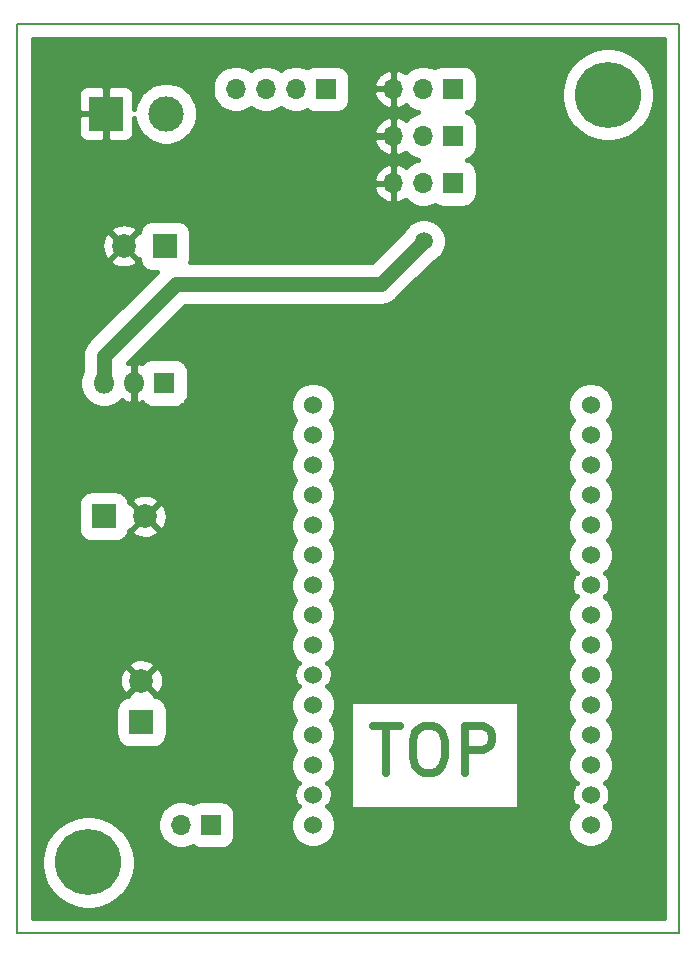
<source format=gbr>
%TF.GenerationSoftware,KiCad,Pcbnew,(5.1.9)-1*%
%TF.CreationDate,2021-12-22T12:25:31+01:00*%
%TF.ProjectId,led_unterm_bett,6c65645f-756e-4746-9572-6d5f62657474,v1r1*%
%TF.SameCoordinates,Original*%
%TF.FileFunction,Copper,L1,Top*%
%TF.FilePolarity,Positive*%
%FSLAX46Y46*%
G04 Gerber Fmt 4.6, Leading zero omitted, Abs format (unit mm)*
G04 Created by KiCad (PCBNEW (5.1.9)-1) date 2021-12-22 12:25:31*
%MOMM*%
%LPD*%
G01*
G04 APERTURE LIST*
%TA.AperFunction,NonConductor*%
%ADD10C,0.700000*%
%TD*%
%TA.AperFunction,Profile*%
%ADD11C,0.150000*%
%TD*%
%TA.AperFunction,ComponentPad*%
%ADD12C,5.600000*%
%TD*%
%TA.AperFunction,ComponentPad*%
%ADD13R,2.000000X2.000000*%
%TD*%
%TA.AperFunction,ComponentPad*%
%ADD14C,2.000000*%
%TD*%
%TA.AperFunction,ComponentPad*%
%ADD15R,3.000000X3.000000*%
%TD*%
%TA.AperFunction,ComponentPad*%
%ADD16C,3.000000*%
%TD*%
%TA.AperFunction,ComponentPad*%
%ADD17R,1.800000X1.800000*%
%TD*%
%TA.AperFunction,ComponentPad*%
%ADD18O,1.800000X1.800000*%
%TD*%
%TA.AperFunction,ComponentPad*%
%ADD19R,1.700000X1.700000*%
%TD*%
%TA.AperFunction,ComponentPad*%
%ADD20O,1.700000X1.700000*%
%TD*%
%TA.AperFunction,ComponentPad*%
%ADD21C,1.524000*%
%TD*%
%TA.AperFunction,ViaPad*%
%ADD22C,1.500000*%
%TD*%
%TA.AperFunction,Conductor*%
%ADD23C,1.300000*%
%TD*%
%TA.AperFunction,Conductor*%
%ADD24C,0.400000*%
%TD*%
%TA.AperFunction,Conductor*%
%ADD25C,0.100000*%
%TD*%
G04 APERTURE END LIST*
D10*
X147061904Y-118409523D02*
X149347619Y-118409523D01*
X148204761Y-122409523D02*
X148204761Y-118409523D01*
X151442857Y-118409523D02*
X152204761Y-118409523D01*
X152585714Y-118600000D01*
X152966666Y-118980952D01*
X153157142Y-119742857D01*
X153157142Y-121076190D01*
X152966666Y-121838095D01*
X152585714Y-122219047D01*
X152204761Y-122409523D01*
X151442857Y-122409523D01*
X151061904Y-122219047D01*
X150680952Y-121838095D01*
X150490476Y-121076190D01*
X150490476Y-119742857D01*
X150680952Y-118980952D01*
X151061904Y-118600000D01*
X151442857Y-118409523D01*
X154871428Y-122409523D02*
X154871428Y-118409523D01*
X156395238Y-118409523D01*
X156776190Y-118600000D01*
X156966666Y-118790476D01*
X157157142Y-119171428D01*
X157157142Y-119742857D01*
X156966666Y-120123809D01*
X156776190Y-120314285D01*
X156395238Y-120504761D01*
X154871428Y-120504761D01*
D11*
X173000000Y-136000000D02*
X117000000Y-136000000D01*
X173000000Y-59000000D02*
X173000000Y-136000000D01*
X117000000Y-59000000D02*
X173000000Y-59000000D01*
X117000000Y-136000000D02*
X117000000Y-59000000D01*
D12*
%TO.P,REF\u002A\u002A,1*%
%TO.N,N/C*%
X123000000Y-130000000D03*
%TD*%
%TO.P,REF\u002A\u002A,1*%
%TO.N,N/C*%
X167000000Y-65000000D03*
%TD*%
D13*
%TO.P,C6,1*%
%TO.N,+12V*%
X129500000Y-77800000D03*
D14*
%TO.P,C6,2*%
%TO.N,GND*%
X126000000Y-77800000D03*
%TD*%
D13*
%TO.P,C7,1*%
%TO.N,+5V*%
X124300000Y-100700000D03*
D14*
%TO.P,C7,2*%
%TO.N,GND*%
X127800000Y-100700000D03*
%TD*%
D13*
%TO.P,C8,1*%
%TO.N,Net-(C8-Pad1)*%
X127500000Y-118100000D03*
D14*
%TO.P,C8,2*%
%TO.N,GND*%
X127500000Y-114600000D03*
%TD*%
D15*
%TO.P,J5,1*%
%TO.N,GND*%
X124500000Y-66600000D03*
D16*
%TO.P,J5,2*%
%TO.N,+12V*%
X129580000Y-66600000D03*
%TD*%
D17*
%TO.P,U2,1*%
%TO.N,+12V*%
X129400000Y-89400000D03*
D18*
%TO.P,U2,2*%
%TO.N,GND*%
X126860000Y-89400000D03*
%TO.P,U2,3*%
%TO.N,+5V*%
X124320000Y-89400000D03*
%TD*%
D19*
%TO.P,J1,1*%
%TO.N,Net-(D1-Pad2)*%
X153900000Y-72500000D03*
D20*
%TO.P,J1,2*%
%TO.N,+5V*%
X151360000Y-72500000D03*
%TO.P,J1,3*%
%TO.N,GND*%
X148820000Y-72500000D03*
%TD*%
D19*
%TO.P,J2,1*%
%TO.N,Net-(D2-Pad2)*%
X153900000Y-68500000D03*
D20*
%TO.P,J2,2*%
%TO.N,+5V*%
X151360000Y-68500000D03*
%TO.P,J2,3*%
%TO.N,GND*%
X148820000Y-68500000D03*
%TD*%
D19*
%TO.P,J3,1*%
%TO.N,Net-(D3-Pad2)*%
X153900000Y-64500000D03*
D20*
%TO.P,J3,2*%
%TO.N,+5V*%
X151360000Y-64500000D03*
%TO.P,J3,3*%
%TO.N,GND*%
X148820000Y-64500000D03*
%TD*%
D19*
%TO.P,J4,1*%
%TO.N,Net-(C3-Pad1)*%
X133400000Y-126800000D03*
D20*
%TO.P,J4,2*%
%TO.N,+5V*%
X130860000Y-126800000D03*
%TD*%
D19*
%TO.P,J6,1*%
%TO.N,Net-(J6-Pad1)*%
X143100000Y-64500000D03*
D20*
%TO.P,J6,2*%
%TO.N,Net-(J6-Pad2)*%
X140560000Y-64500000D03*
%TO.P,J6,3*%
%TO.N,Net-(J6-Pad3)*%
X138020000Y-64500000D03*
%TO.P,J6,4*%
%TO.N,+12V*%
X135480000Y-64500000D03*
%TD*%
D21*
%TO.P,U1,1*%
%TO.N,N/C*%
X142035000Y-91250000D03*
%TO.P,U1,2*%
X142035000Y-93790000D03*
%TO.P,U1,3*%
X142035000Y-96330000D03*
%TO.P,U1,4*%
X142035000Y-98870000D03*
%TO.P,U1,5*%
X142035000Y-101410000D03*
%TO.P,U1,6*%
X142035000Y-103950000D03*
%TO.P,U1,7*%
X142035000Y-106490000D03*
%TO.P,U1,8*%
X142035000Y-109030000D03*
%TO.P,U1,9*%
X142035000Y-111570000D03*
%TO.P,U1,10*%
%TO.N,GND*%
X142035000Y-114110000D03*
%TO.P,U1,11*%
%TO.N,Net-(C2-Pad1)*%
X142035000Y-116650000D03*
%TO.P,U1,12*%
%TO.N,Net-(C8-Pad1)*%
X142035000Y-119190000D03*
%TO.P,U1,13*%
%TO.N,N/C*%
X142035000Y-121730000D03*
%TO.P,U1,14*%
%TO.N,GND*%
X142035000Y-124270000D03*
%TO.P,U1,15*%
%TO.N,Net-(C3-Pad1)*%
X142035000Y-126810000D03*
%TO.P,U1,16*%
%TO.N,Net-(C5-Pad2)*%
X165530000Y-126810000D03*
%TO.P,U1,17*%
%TO.N,GND*%
X165530000Y-124270000D03*
%TO.P,U1,18*%
%TO.N,N/C*%
X165530000Y-121730000D03*
%TO.P,U1,19*%
X165530000Y-119190000D03*
%TO.P,U1,20*%
X165530000Y-116650000D03*
%TO.P,U1,21*%
X165530000Y-114110000D03*
%TO.P,U1,22*%
%TO.N,Net-(Q3-Pad1)*%
X165530000Y-111570000D03*
%TO.P,U1,23*%
%TO.N,Net-(Q2-Pad1)*%
X165530000Y-109030000D03*
%TO.P,U1,24*%
%TO.N,GND*%
X165530000Y-106490000D03*
%TO.P,U1,25*%
%TO.N,Net-(C4-Pad2)*%
X165530000Y-103950000D03*
%TO.P,U1,26*%
%TO.N,Net-(Q1-Pad1)*%
X165530000Y-101410000D03*
%TO.P,U1,27*%
%TO.N,N/C*%
X165530000Y-98870000D03*
%TO.P,U1,28*%
X165530000Y-96330000D03*
%TO.P,U1,29*%
X165530000Y-93790000D03*
%TO.P,U1,30*%
%TO.N,Net-(C1-Pad2)*%
X165530000Y-91250000D03*
%TD*%
D22*
%TO.N,GND*%
X124600000Y-70800000D03*
X152900000Y-109100000D03*
%TO.N,+5V*%
X151400000Y-77400000D03*
%TD*%
D23*
%TO.N,GND*%
X124600000Y-70800000D02*
X124500000Y-70700000D01*
X124500000Y-70700000D02*
X125000000Y-71200000D01*
X152900000Y-109100000D02*
X152900000Y-109200000D01*
%TO.N,+5V*%
X124320000Y-89400000D02*
X124320000Y-87080000D01*
X147800000Y-81000000D02*
X151400000Y-77400000D01*
X130400000Y-81000000D02*
X147800000Y-81000000D01*
X124320000Y-87080000D02*
X130400000Y-81000000D01*
%TD*%
D24*
%TO.N,GND*%
X171725001Y-134725000D02*
X118275000Y-134725000D01*
X118275000Y-129606034D01*
X119000000Y-129606034D01*
X119000000Y-130393966D01*
X119153718Y-131166757D01*
X119455246Y-131894710D01*
X119892997Y-132549851D01*
X120450149Y-133107003D01*
X121105290Y-133544754D01*
X121833243Y-133846282D01*
X122606034Y-134000000D01*
X123393966Y-134000000D01*
X124166757Y-133846282D01*
X124894710Y-133544754D01*
X125549851Y-133107003D01*
X126107003Y-132549851D01*
X126544754Y-131894710D01*
X126846282Y-131166757D01*
X127000000Y-130393966D01*
X127000000Y-129606034D01*
X126846282Y-128833243D01*
X126544754Y-128105290D01*
X126107003Y-127450149D01*
X125549851Y-126892997D01*
X125108496Y-126598093D01*
X128810000Y-126598093D01*
X128810000Y-127001907D01*
X128888780Y-127397963D01*
X129043314Y-127771039D01*
X129267661Y-128106799D01*
X129553201Y-128392339D01*
X129888961Y-128616686D01*
X130262037Y-128771220D01*
X130658093Y-128850000D01*
X131061907Y-128850000D01*
X131457963Y-128771220D01*
X131831039Y-128616686D01*
X131833961Y-128614734D01*
X131880090Y-128652591D01*
X132088558Y-128764019D01*
X132314759Y-128832637D01*
X132550000Y-128855806D01*
X134250000Y-128855806D01*
X134485241Y-128832637D01*
X134711442Y-128764019D01*
X134919910Y-128652591D01*
X135102634Y-128502634D01*
X135252591Y-128319910D01*
X135364019Y-128111442D01*
X135432637Y-127885241D01*
X135455806Y-127650000D01*
X135455806Y-125950000D01*
X135432637Y-125714759D01*
X135364019Y-125488558D01*
X135252591Y-125280090D01*
X135102634Y-125097366D01*
X134919910Y-124947409D01*
X134711442Y-124835981D01*
X134485241Y-124767363D01*
X134250000Y-124744194D01*
X132550000Y-124744194D01*
X132314759Y-124767363D01*
X132088558Y-124835981D01*
X131880090Y-124947409D01*
X131833961Y-124985266D01*
X131831039Y-124983314D01*
X131457963Y-124828780D01*
X131061907Y-124750000D01*
X130658093Y-124750000D01*
X130262037Y-124828780D01*
X129888961Y-124983314D01*
X129553201Y-125207661D01*
X129267661Y-125493201D01*
X129043314Y-125828961D01*
X128888780Y-126202037D01*
X128810000Y-126598093D01*
X125108496Y-126598093D01*
X124894710Y-126455246D01*
X124166757Y-126153718D01*
X123393966Y-126000000D01*
X122606034Y-126000000D01*
X121833243Y-126153718D01*
X121105290Y-126455246D01*
X120450149Y-126892997D01*
X119892997Y-127450149D01*
X119455246Y-128105290D01*
X119153718Y-128833243D01*
X119000000Y-129606034D01*
X118275000Y-129606034D01*
X118275000Y-117100000D01*
X125294194Y-117100000D01*
X125294194Y-119100000D01*
X125317363Y-119335241D01*
X125385981Y-119561442D01*
X125497409Y-119769910D01*
X125647366Y-119952634D01*
X125830090Y-120102591D01*
X126038558Y-120214019D01*
X126264759Y-120282637D01*
X126500000Y-120305806D01*
X128500000Y-120305806D01*
X128735241Y-120282637D01*
X128961442Y-120214019D01*
X129169910Y-120102591D01*
X129352634Y-119952634D01*
X129502591Y-119769910D01*
X129614019Y-119561442D01*
X129682637Y-119335241D01*
X129705806Y-119100000D01*
X129705806Y-117100000D01*
X129682637Y-116864759D01*
X129614019Y-116638558D01*
X129502591Y-116430090D01*
X129352634Y-116247366D01*
X129169910Y-116097409D01*
X128961442Y-115985981D01*
X128735241Y-115917363D01*
X128637647Y-115907751D01*
X128655024Y-115825735D01*
X127500000Y-114670711D01*
X126344976Y-115825735D01*
X126362353Y-115907751D01*
X126264759Y-115917363D01*
X126038558Y-115985981D01*
X125830090Y-116097409D01*
X125647366Y-116247366D01*
X125497409Y-116430090D01*
X125385981Y-116638558D01*
X125317363Y-116864759D01*
X125294194Y-117100000D01*
X118275000Y-117100000D01*
X118275000Y-114575033D01*
X125590970Y-114575033D01*
X125622781Y-114947947D01*
X125726732Y-115307489D01*
X125898829Y-115639842D01*
X125926571Y-115681359D01*
X126274265Y-115755024D01*
X127429289Y-114600000D01*
X127570711Y-114600000D01*
X128725735Y-115755024D01*
X129073429Y-115681359D01*
X129254159Y-115353620D01*
X129367477Y-114996920D01*
X129409030Y-114624967D01*
X129377219Y-114252053D01*
X129273268Y-113892511D01*
X129101171Y-113560158D01*
X129073429Y-113518641D01*
X128725735Y-113444976D01*
X127570711Y-114600000D01*
X127429289Y-114600000D01*
X126274265Y-113444976D01*
X125926571Y-113518641D01*
X125745841Y-113846380D01*
X125632523Y-114203080D01*
X125590970Y-114575033D01*
X118275000Y-114575033D01*
X118275000Y-113374265D01*
X126344976Y-113374265D01*
X127500000Y-114529289D01*
X128655024Y-113374265D01*
X128581359Y-113026571D01*
X128253620Y-112845841D01*
X127896920Y-112732523D01*
X127524967Y-112690970D01*
X127152053Y-112722781D01*
X126792511Y-112826732D01*
X126460158Y-112998829D01*
X126418641Y-113026571D01*
X126344976Y-113374265D01*
X118275000Y-113374265D01*
X118275000Y-99700000D01*
X122094194Y-99700000D01*
X122094194Y-101700000D01*
X122117363Y-101935241D01*
X122185981Y-102161442D01*
X122297409Y-102369910D01*
X122447366Y-102552634D01*
X122630090Y-102702591D01*
X122838558Y-102814019D01*
X123064759Y-102882637D01*
X123300000Y-102905806D01*
X125300000Y-102905806D01*
X125535241Y-102882637D01*
X125761442Y-102814019D01*
X125969910Y-102702591D01*
X126152634Y-102552634D01*
X126302591Y-102369910D01*
X126414019Y-102161442D01*
X126482637Y-101935241D01*
X126483573Y-101925735D01*
X126644976Y-101925735D01*
X126718641Y-102273429D01*
X127046380Y-102454159D01*
X127403080Y-102567477D01*
X127775033Y-102609030D01*
X128147947Y-102577219D01*
X128507489Y-102473268D01*
X128839842Y-102301171D01*
X128881359Y-102273429D01*
X128955024Y-101925735D01*
X127800000Y-100770711D01*
X126644976Y-101925735D01*
X126483573Y-101925735D01*
X126492249Y-101837647D01*
X126574265Y-101855024D01*
X127729289Y-100700000D01*
X127870711Y-100700000D01*
X129025735Y-101855024D01*
X129373429Y-101781359D01*
X129554159Y-101453620D01*
X129667477Y-101096920D01*
X129709030Y-100724967D01*
X129677219Y-100352053D01*
X129573268Y-99992511D01*
X129401171Y-99660158D01*
X129373429Y-99618641D01*
X129025735Y-99544976D01*
X127870711Y-100700000D01*
X127729289Y-100700000D01*
X126574265Y-99544976D01*
X126492249Y-99562353D01*
X126483574Y-99474265D01*
X126644976Y-99474265D01*
X127800000Y-100629289D01*
X128955024Y-99474265D01*
X128881359Y-99126571D01*
X128553620Y-98945841D01*
X128196920Y-98832523D01*
X127824967Y-98790970D01*
X127452053Y-98822781D01*
X127092511Y-98926732D01*
X126760158Y-99098829D01*
X126718641Y-99126571D01*
X126644976Y-99474265D01*
X126483574Y-99474265D01*
X126482637Y-99464759D01*
X126414019Y-99238558D01*
X126302591Y-99030090D01*
X126152634Y-98847366D01*
X125969910Y-98697409D01*
X125761442Y-98585981D01*
X125535241Y-98517363D01*
X125300000Y-98494194D01*
X123300000Y-98494194D01*
X123064759Y-98517363D01*
X122838558Y-98585981D01*
X122630090Y-98697409D01*
X122447366Y-98847366D01*
X122297409Y-99030090D01*
X122185981Y-99238558D01*
X122117363Y-99464759D01*
X122094194Y-99700000D01*
X118275000Y-99700000D01*
X118275000Y-89193168D01*
X122220000Y-89193168D01*
X122220000Y-89606832D01*
X122300702Y-90012547D01*
X122459004Y-90394723D01*
X122688823Y-90738672D01*
X122981328Y-91031177D01*
X123325277Y-91260996D01*
X123707453Y-91419298D01*
X124113168Y-91500000D01*
X124526832Y-91500000D01*
X124932547Y-91419298D01*
X125314723Y-91260996D01*
X125658672Y-91031177D01*
X125824269Y-90865580D01*
X125877233Y-90908037D01*
X126190320Y-91070789D01*
X126529142Y-91169333D01*
X126810000Y-90974307D01*
X126810000Y-89450000D01*
X126790000Y-89450000D01*
X126790000Y-89350000D01*
X126810000Y-89350000D01*
X126810000Y-87825693D01*
X126910000Y-87825693D01*
X126910000Y-89350000D01*
X126930000Y-89350000D01*
X126930000Y-89450000D01*
X126910000Y-89450000D01*
X126910000Y-90974307D01*
X127190858Y-91169333D01*
X127529680Y-91070789D01*
X127565091Y-91052381D01*
X127647366Y-91152634D01*
X127830090Y-91302591D01*
X128038558Y-91414019D01*
X128264759Y-91482637D01*
X128500000Y-91505806D01*
X130300000Y-91505806D01*
X130535241Y-91482637D01*
X130761442Y-91414019D01*
X130969910Y-91302591D01*
X131152634Y-91152634D01*
X131231315Y-91056760D01*
X140073000Y-91056760D01*
X140073000Y-91443240D01*
X140148399Y-91822294D01*
X140296298Y-92179355D01*
X140511015Y-92500702D01*
X140530313Y-92520000D01*
X140511015Y-92539298D01*
X140296298Y-92860645D01*
X140148399Y-93217706D01*
X140073000Y-93596760D01*
X140073000Y-93983240D01*
X140148399Y-94362294D01*
X140296298Y-94719355D01*
X140511015Y-95040702D01*
X140530313Y-95060000D01*
X140511015Y-95079298D01*
X140296298Y-95400645D01*
X140148399Y-95757706D01*
X140073000Y-96136760D01*
X140073000Y-96523240D01*
X140148399Y-96902294D01*
X140296298Y-97259355D01*
X140511015Y-97580702D01*
X140530313Y-97600000D01*
X140511015Y-97619298D01*
X140296298Y-97940645D01*
X140148399Y-98297706D01*
X140073000Y-98676760D01*
X140073000Y-99063240D01*
X140148399Y-99442294D01*
X140296298Y-99799355D01*
X140511015Y-100120702D01*
X140530313Y-100140000D01*
X140511015Y-100159298D01*
X140296298Y-100480645D01*
X140148399Y-100837706D01*
X140073000Y-101216760D01*
X140073000Y-101603240D01*
X140148399Y-101982294D01*
X140296298Y-102339355D01*
X140511015Y-102660702D01*
X140530313Y-102680000D01*
X140511015Y-102699298D01*
X140296298Y-103020645D01*
X140148399Y-103377706D01*
X140073000Y-103756760D01*
X140073000Y-104143240D01*
X140148399Y-104522294D01*
X140296298Y-104879355D01*
X140511015Y-105200702D01*
X140530313Y-105220000D01*
X140511015Y-105239298D01*
X140296298Y-105560645D01*
X140148399Y-105917706D01*
X140073000Y-106296760D01*
X140073000Y-106683240D01*
X140148399Y-107062294D01*
X140296298Y-107419355D01*
X140511015Y-107740702D01*
X140530313Y-107760000D01*
X140511015Y-107779298D01*
X140296298Y-108100645D01*
X140148399Y-108457706D01*
X140073000Y-108836760D01*
X140073000Y-109223240D01*
X140148399Y-109602294D01*
X140296298Y-109959355D01*
X140511015Y-110280702D01*
X140530313Y-110300000D01*
X140511015Y-110319298D01*
X140296298Y-110640645D01*
X140148399Y-110997706D01*
X140073000Y-111376760D01*
X140073000Y-111763240D01*
X140148399Y-112142294D01*
X140296298Y-112499355D01*
X140511015Y-112820702D01*
X140784298Y-113093985D01*
X140855198Y-113141359D01*
X140655124Y-113169264D01*
X140498110Y-113456541D01*
X140400157Y-113768929D01*
X140365031Y-114094425D01*
X140394080Y-114420518D01*
X140486189Y-114734679D01*
X140637817Y-115024834D01*
X140655124Y-115050736D01*
X140855198Y-115078641D01*
X140784298Y-115126015D01*
X140511015Y-115399298D01*
X140296298Y-115720645D01*
X140148399Y-116077706D01*
X140073000Y-116456760D01*
X140073000Y-116843240D01*
X140148399Y-117222294D01*
X140296298Y-117579355D01*
X140511015Y-117900702D01*
X140530313Y-117920000D01*
X140511015Y-117939298D01*
X140296298Y-118260645D01*
X140148399Y-118617706D01*
X140073000Y-118996760D01*
X140073000Y-119383240D01*
X140148399Y-119762294D01*
X140296298Y-120119355D01*
X140511015Y-120440702D01*
X140530313Y-120460000D01*
X140511015Y-120479298D01*
X140296298Y-120800645D01*
X140148399Y-121157706D01*
X140073000Y-121536760D01*
X140073000Y-121923240D01*
X140148399Y-122302294D01*
X140296298Y-122659355D01*
X140511015Y-122980702D01*
X140784298Y-123253985D01*
X140855198Y-123301359D01*
X140655124Y-123329264D01*
X140498110Y-123616541D01*
X140400157Y-123928929D01*
X140365031Y-124254425D01*
X140394080Y-124580518D01*
X140486189Y-124894679D01*
X140637817Y-125184834D01*
X140655124Y-125210736D01*
X140855198Y-125238641D01*
X140784298Y-125286015D01*
X140511015Y-125559298D01*
X140296298Y-125880645D01*
X140148399Y-126237706D01*
X140073000Y-126616760D01*
X140073000Y-127003240D01*
X140148399Y-127382294D01*
X140296298Y-127739355D01*
X140511015Y-128060702D01*
X140784298Y-128333985D01*
X141105645Y-128548702D01*
X141462706Y-128696601D01*
X141841760Y-128772000D01*
X142228240Y-128772000D01*
X142607294Y-128696601D01*
X142964355Y-128548702D01*
X143285702Y-128333985D01*
X143558985Y-128060702D01*
X143773702Y-127739355D01*
X143921601Y-127382294D01*
X143997000Y-127003240D01*
X143997000Y-126616760D01*
X143921601Y-126237706D01*
X143773702Y-125880645D01*
X143558985Y-125559298D01*
X143285702Y-125286015D01*
X143214802Y-125238641D01*
X143414876Y-125210736D01*
X143571890Y-124923459D01*
X143669843Y-124611071D01*
X143704969Y-124285575D01*
X143675920Y-123959482D01*
X143583811Y-123645321D01*
X143432183Y-123355166D01*
X143414876Y-123329264D01*
X143214802Y-123301359D01*
X143285702Y-123253985D01*
X143558985Y-122980702D01*
X143773702Y-122659355D01*
X143921601Y-122302294D01*
X143997000Y-121923240D01*
X143997000Y-121536760D01*
X143921601Y-121157706D01*
X143773702Y-120800645D01*
X143558985Y-120479298D01*
X143539687Y-120460000D01*
X143558985Y-120440702D01*
X143773702Y-120119355D01*
X143921601Y-119762294D01*
X143997000Y-119383240D01*
X143997000Y-118996760D01*
X143921601Y-118617706D01*
X143773702Y-118260645D01*
X143558985Y-117939298D01*
X143539687Y-117920000D01*
X143558985Y-117900702D01*
X143773702Y-117579355D01*
X143921601Y-117222294D01*
X143997000Y-116843240D01*
X143997000Y-116456760D01*
X143974770Y-116345000D01*
X145130953Y-116345000D01*
X145130953Y-125445000D01*
X159469048Y-125445000D01*
X159469048Y-116345000D01*
X145130953Y-116345000D01*
X143974770Y-116345000D01*
X143921601Y-116077706D01*
X143773702Y-115720645D01*
X143558985Y-115399298D01*
X143285702Y-115126015D01*
X143214802Y-115078641D01*
X143414876Y-115050736D01*
X143571890Y-114763459D01*
X143669843Y-114451071D01*
X143704969Y-114125575D01*
X143675920Y-113799482D01*
X143583811Y-113485321D01*
X143432183Y-113195166D01*
X143414876Y-113169264D01*
X143214802Y-113141359D01*
X143285702Y-113093985D01*
X143558985Y-112820702D01*
X143773702Y-112499355D01*
X143921601Y-112142294D01*
X143997000Y-111763240D01*
X143997000Y-111376760D01*
X143921601Y-110997706D01*
X143773702Y-110640645D01*
X143558985Y-110319298D01*
X143539687Y-110300000D01*
X143558985Y-110280702D01*
X143773702Y-109959355D01*
X143921601Y-109602294D01*
X143997000Y-109223240D01*
X143997000Y-108836760D01*
X143921601Y-108457706D01*
X143773702Y-108100645D01*
X143558985Y-107779298D01*
X143539687Y-107760000D01*
X143558985Y-107740702D01*
X143773702Y-107419355D01*
X143921601Y-107062294D01*
X143997000Y-106683240D01*
X143997000Y-106296760D01*
X143921601Y-105917706D01*
X143773702Y-105560645D01*
X143558985Y-105239298D01*
X143539687Y-105220000D01*
X143558985Y-105200702D01*
X143773702Y-104879355D01*
X143921601Y-104522294D01*
X143997000Y-104143240D01*
X143997000Y-103756760D01*
X143921601Y-103377706D01*
X143773702Y-103020645D01*
X143558985Y-102699298D01*
X143539687Y-102680000D01*
X143558985Y-102660702D01*
X143773702Y-102339355D01*
X143921601Y-101982294D01*
X143997000Y-101603240D01*
X143997000Y-101216760D01*
X143921601Y-100837706D01*
X143773702Y-100480645D01*
X143558985Y-100159298D01*
X143539687Y-100140000D01*
X143558985Y-100120702D01*
X143773702Y-99799355D01*
X143921601Y-99442294D01*
X143997000Y-99063240D01*
X143997000Y-98676760D01*
X143921601Y-98297706D01*
X143773702Y-97940645D01*
X143558985Y-97619298D01*
X143539687Y-97600000D01*
X143558985Y-97580702D01*
X143773702Y-97259355D01*
X143921601Y-96902294D01*
X143997000Y-96523240D01*
X143997000Y-96136760D01*
X143921601Y-95757706D01*
X143773702Y-95400645D01*
X143558985Y-95079298D01*
X143539687Y-95060000D01*
X143558985Y-95040702D01*
X143773702Y-94719355D01*
X143921601Y-94362294D01*
X143997000Y-93983240D01*
X143997000Y-93596760D01*
X143921601Y-93217706D01*
X143773702Y-92860645D01*
X143558985Y-92539298D01*
X143539687Y-92520000D01*
X143558985Y-92500702D01*
X143773702Y-92179355D01*
X143921601Y-91822294D01*
X143997000Y-91443240D01*
X143997000Y-91056760D01*
X163568000Y-91056760D01*
X163568000Y-91443240D01*
X163643399Y-91822294D01*
X163791298Y-92179355D01*
X164006015Y-92500702D01*
X164025313Y-92520000D01*
X164006015Y-92539298D01*
X163791298Y-92860645D01*
X163643399Y-93217706D01*
X163568000Y-93596760D01*
X163568000Y-93983240D01*
X163643399Y-94362294D01*
X163791298Y-94719355D01*
X164006015Y-95040702D01*
X164025313Y-95060000D01*
X164006015Y-95079298D01*
X163791298Y-95400645D01*
X163643399Y-95757706D01*
X163568000Y-96136760D01*
X163568000Y-96523240D01*
X163643399Y-96902294D01*
X163791298Y-97259355D01*
X164006015Y-97580702D01*
X164025313Y-97600000D01*
X164006015Y-97619298D01*
X163791298Y-97940645D01*
X163643399Y-98297706D01*
X163568000Y-98676760D01*
X163568000Y-99063240D01*
X163643399Y-99442294D01*
X163791298Y-99799355D01*
X164006015Y-100120702D01*
X164025313Y-100140000D01*
X164006015Y-100159298D01*
X163791298Y-100480645D01*
X163643399Y-100837706D01*
X163568000Y-101216760D01*
X163568000Y-101603240D01*
X163643399Y-101982294D01*
X163791298Y-102339355D01*
X164006015Y-102660702D01*
X164025313Y-102680000D01*
X164006015Y-102699298D01*
X163791298Y-103020645D01*
X163643399Y-103377706D01*
X163568000Y-103756760D01*
X163568000Y-104143240D01*
X163643399Y-104522294D01*
X163791298Y-104879355D01*
X164006015Y-105200702D01*
X164279298Y-105473985D01*
X164350198Y-105521359D01*
X164150124Y-105549264D01*
X163993110Y-105836541D01*
X163895157Y-106148929D01*
X163860031Y-106474425D01*
X163889080Y-106800518D01*
X163981189Y-107114679D01*
X164132817Y-107404834D01*
X164150124Y-107430736D01*
X164350198Y-107458641D01*
X164279298Y-107506015D01*
X164006015Y-107779298D01*
X163791298Y-108100645D01*
X163643399Y-108457706D01*
X163568000Y-108836760D01*
X163568000Y-109223240D01*
X163643399Y-109602294D01*
X163791298Y-109959355D01*
X164006015Y-110280702D01*
X164025313Y-110300000D01*
X164006015Y-110319298D01*
X163791298Y-110640645D01*
X163643399Y-110997706D01*
X163568000Y-111376760D01*
X163568000Y-111763240D01*
X163643399Y-112142294D01*
X163791298Y-112499355D01*
X164006015Y-112820702D01*
X164025313Y-112840000D01*
X164006015Y-112859298D01*
X163791298Y-113180645D01*
X163643399Y-113537706D01*
X163568000Y-113916760D01*
X163568000Y-114303240D01*
X163643399Y-114682294D01*
X163791298Y-115039355D01*
X164006015Y-115360702D01*
X164025313Y-115380000D01*
X164006015Y-115399298D01*
X163791298Y-115720645D01*
X163643399Y-116077706D01*
X163568000Y-116456760D01*
X163568000Y-116843240D01*
X163643399Y-117222294D01*
X163791298Y-117579355D01*
X164006015Y-117900702D01*
X164025313Y-117920000D01*
X164006015Y-117939298D01*
X163791298Y-118260645D01*
X163643399Y-118617706D01*
X163568000Y-118996760D01*
X163568000Y-119383240D01*
X163643399Y-119762294D01*
X163791298Y-120119355D01*
X164006015Y-120440702D01*
X164025313Y-120460000D01*
X164006015Y-120479298D01*
X163791298Y-120800645D01*
X163643399Y-121157706D01*
X163568000Y-121536760D01*
X163568000Y-121923240D01*
X163643399Y-122302294D01*
X163791298Y-122659355D01*
X164006015Y-122980702D01*
X164279298Y-123253985D01*
X164350198Y-123301359D01*
X164150124Y-123329264D01*
X163993110Y-123616541D01*
X163895157Y-123928929D01*
X163860031Y-124254425D01*
X163889080Y-124580518D01*
X163981189Y-124894679D01*
X164132817Y-125184834D01*
X164150124Y-125210736D01*
X164350198Y-125238641D01*
X164279298Y-125286015D01*
X164006015Y-125559298D01*
X163791298Y-125880645D01*
X163643399Y-126237706D01*
X163568000Y-126616760D01*
X163568000Y-127003240D01*
X163643399Y-127382294D01*
X163791298Y-127739355D01*
X164006015Y-128060702D01*
X164279298Y-128333985D01*
X164600645Y-128548702D01*
X164957706Y-128696601D01*
X165336760Y-128772000D01*
X165723240Y-128772000D01*
X166102294Y-128696601D01*
X166459355Y-128548702D01*
X166780702Y-128333985D01*
X167053985Y-128060702D01*
X167268702Y-127739355D01*
X167416601Y-127382294D01*
X167492000Y-127003240D01*
X167492000Y-126616760D01*
X167416601Y-126237706D01*
X167268702Y-125880645D01*
X167053985Y-125559298D01*
X166780702Y-125286015D01*
X166709802Y-125238641D01*
X166909876Y-125210736D01*
X167066890Y-124923459D01*
X167164843Y-124611071D01*
X167199969Y-124285575D01*
X167170920Y-123959482D01*
X167078811Y-123645321D01*
X166927183Y-123355166D01*
X166909876Y-123329264D01*
X166709802Y-123301359D01*
X166780702Y-123253985D01*
X167053985Y-122980702D01*
X167268702Y-122659355D01*
X167416601Y-122302294D01*
X167492000Y-121923240D01*
X167492000Y-121536760D01*
X167416601Y-121157706D01*
X167268702Y-120800645D01*
X167053985Y-120479298D01*
X167034687Y-120460000D01*
X167053985Y-120440702D01*
X167268702Y-120119355D01*
X167416601Y-119762294D01*
X167492000Y-119383240D01*
X167492000Y-118996760D01*
X167416601Y-118617706D01*
X167268702Y-118260645D01*
X167053985Y-117939298D01*
X167034687Y-117920000D01*
X167053985Y-117900702D01*
X167268702Y-117579355D01*
X167416601Y-117222294D01*
X167492000Y-116843240D01*
X167492000Y-116456760D01*
X167416601Y-116077706D01*
X167268702Y-115720645D01*
X167053985Y-115399298D01*
X167034687Y-115380000D01*
X167053985Y-115360702D01*
X167268702Y-115039355D01*
X167416601Y-114682294D01*
X167492000Y-114303240D01*
X167492000Y-113916760D01*
X167416601Y-113537706D01*
X167268702Y-113180645D01*
X167053985Y-112859298D01*
X167034687Y-112840000D01*
X167053985Y-112820702D01*
X167268702Y-112499355D01*
X167416601Y-112142294D01*
X167492000Y-111763240D01*
X167492000Y-111376760D01*
X167416601Y-110997706D01*
X167268702Y-110640645D01*
X167053985Y-110319298D01*
X167034687Y-110300000D01*
X167053985Y-110280702D01*
X167268702Y-109959355D01*
X167416601Y-109602294D01*
X167492000Y-109223240D01*
X167492000Y-108836760D01*
X167416601Y-108457706D01*
X167268702Y-108100645D01*
X167053985Y-107779298D01*
X166780702Y-107506015D01*
X166709802Y-107458641D01*
X166909876Y-107430736D01*
X167066890Y-107143459D01*
X167164843Y-106831071D01*
X167199969Y-106505575D01*
X167170920Y-106179482D01*
X167078811Y-105865321D01*
X166927183Y-105575166D01*
X166909876Y-105549264D01*
X166709802Y-105521359D01*
X166780702Y-105473985D01*
X167053985Y-105200702D01*
X167268702Y-104879355D01*
X167416601Y-104522294D01*
X167492000Y-104143240D01*
X167492000Y-103756760D01*
X167416601Y-103377706D01*
X167268702Y-103020645D01*
X167053985Y-102699298D01*
X167034687Y-102680000D01*
X167053985Y-102660702D01*
X167268702Y-102339355D01*
X167416601Y-101982294D01*
X167492000Y-101603240D01*
X167492000Y-101216760D01*
X167416601Y-100837706D01*
X167268702Y-100480645D01*
X167053985Y-100159298D01*
X167034687Y-100140000D01*
X167053985Y-100120702D01*
X167268702Y-99799355D01*
X167416601Y-99442294D01*
X167492000Y-99063240D01*
X167492000Y-98676760D01*
X167416601Y-98297706D01*
X167268702Y-97940645D01*
X167053985Y-97619298D01*
X167034687Y-97600000D01*
X167053985Y-97580702D01*
X167268702Y-97259355D01*
X167416601Y-96902294D01*
X167492000Y-96523240D01*
X167492000Y-96136760D01*
X167416601Y-95757706D01*
X167268702Y-95400645D01*
X167053985Y-95079298D01*
X167034687Y-95060000D01*
X167053985Y-95040702D01*
X167268702Y-94719355D01*
X167416601Y-94362294D01*
X167492000Y-93983240D01*
X167492000Y-93596760D01*
X167416601Y-93217706D01*
X167268702Y-92860645D01*
X167053985Y-92539298D01*
X167034687Y-92520000D01*
X167053985Y-92500702D01*
X167268702Y-92179355D01*
X167416601Y-91822294D01*
X167492000Y-91443240D01*
X167492000Y-91056760D01*
X167416601Y-90677706D01*
X167268702Y-90320645D01*
X167053985Y-89999298D01*
X166780702Y-89726015D01*
X166459355Y-89511298D01*
X166102294Y-89363399D01*
X165723240Y-89288000D01*
X165336760Y-89288000D01*
X164957706Y-89363399D01*
X164600645Y-89511298D01*
X164279298Y-89726015D01*
X164006015Y-89999298D01*
X163791298Y-90320645D01*
X163643399Y-90677706D01*
X163568000Y-91056760D01*
X143997000Y-91056760D01*
X143921601Y-90677706D01*
X143773702Y-90320645D01*
X143558985Y-89999298D01*
X143285702Y-89726015D01*
X142964355Y-89511298D01*
X142607294Y-89363399D01*
X142228240Y-89288000D01*
X141841760Y-89288000D01*
X141462706Y-89363399D01*
X141105645Y-89511298D01*
X140784298Y-89726015D01*
X140511015Y-89999298D01*
X140296298Y-90320645D01*
X140148399Y-90677706D01*
X140073000Y-91056760D01*
X131231315Y-91056760D01*
X131302591Y-90969910D01*
X131414019Y-90761442D01*
X131482637Y-90535241D01*
X131505806Y-90300000D01*
X131505806Y-88500000D01*
X131482637Y-88264759D01*
X131414019Y-88038558D01*
X131302591Y-87830090D01*
X131152634Y-87647366D01*
X130969910Y-87497409D01*
X130761442Y-87385981D01*
X130535241Y-87317363D01*
X130300000Y-87294194D01*
X128500000Y-87294194D01*
X128264759Y-87317363D01*
X128038558Y-87385981D01*
X127830090Y-87497409D01*
X127647366Y-87647366D01*
X127565091Y-87747619D01*
X127529680Y-87729211D01*
X127190858Y-87630667D01*
X126910000Y-87825693D01*
X126810000Y-87825693D01*
X126529142Y-87630667D01*
X126326768Y-87689526D01*
X131166295Y-82850000D01*
X147709121Y-82850000D01*
X147800000Y-82858951D01*
X147890879Y-82850000D01*
X147890882Y-82850000D01*
X148162663Y-82823232D01*
X148511390Y-82717447D01*
X148832778Y-82545661D01*
X149114477Y-82314477D01*
X149172416Y-82243878D01*
X152263166Y-79153129D01*
X152323671Y-79128067D01*
X152643052Y-78914664D01*
X152914664Y-78643052D01*
X153128067Y-78323671D01*
X153275062Y-77968794D01*
X153350000Y-77592058D01*
X153350000Y-77207942D01*
X153275062Y-76831206D01*
X153128067Y-76476329D01*
X152914664Y-76156948D01*
X152643052Y-75885336D01*
X152323671Y-75671933D01*
X151968794Y-75524938D01*
X151592058Y-75450000D01*
X151207942Y-75450000D01*
X150831206Y-75524938D01*
X150476329Y-75671933D01*
X150156948Y-75885336D01*
X149885336Y-76156948D01*
X149671933Y-76476329D01*
X149646871Y-76536834D01*
X147033706Y-79150000D01*
X131647825Y-79150000D01*
X131682637Y-79035241D01*
X131705806Y-78800000D01*
X131705806Y-76800000D01*
X131682637Y-76564759D01*
X131614019Y-76338558D01*
X131502591Y-76130090D01*
X131352634Y-75947366D01*
X131169910Y-75797409D01*
X130961442Y-75685981D01*
X130735241Y-75617363D01*
X130500000Y-75594194D01*
X128500000Y-75594194D01*
X128264759Y-75617363D01*
X128038558Y-75685981D01*
X127830090Y-75797409D01*
X127647366Y-75947366D01*
X127497409Y-76130090D01*
X127385981Y-76338558D01*
X127317363Y-76564759D01*
X127307751Y-76662353D01*
X127225735Y-76644976D01*
X126070711Y-77800000D01*
X127225735Y-78955024D01*
X127307751Y-78937647D01*
X127317363Y-79035241D01*
X127385981Y-79261442D01*
X127497409Y-79469910D01*
X127647366Y-79652634D01*
X127830090Y-79802591D01*
X128038558Y-79914019D01*
X128264759Y-79982637D01*
X128500000Y-80005806D01*
X128777899Y-80005806D01*
X123076117Y-85707589D01*
X123005524Y-85765523D01*
X122947590Y-85836116D01*
X122774339Y-86047222D01*
X122602553Y-86368611D01*
X122496769Y-86717337D01*
X122461049Y-87080000D01*
X122470001Y-87170888D01*
X122470000Y-88388820D01*
X122459004Y-88405277D01*
X122300702Y-88787453D01*
X122220000Y-89193168D01*
X118275000Y-89193168D01*
X118275000Y-79025735D01*
X124844976Y-79025735D01*
X124918641Y-79373429D01*
X125246380Y-79554159D01*
X125603080Y-79667477D01*
X125975033Y-79709030D01*
X126347947Y-79677219D01*
X126707489Y-79573268D01*
X127039842Y-79401171D01*
X127081359Y-79373429D01*
X127155024Y-79025735D01*
X126000000Y-77870711D01*
X124844976Y-79025735D01*
X118275000Y-79025735D01*
X118275000Y-77775033D01*
X124090970Y-77775033D01*
X124122781Y-78147947D01*
X124226732Y-78507489D01*
X124398829Y-78839842D01*
X124426571Y-78881359D01*
X124774265Y-78955024D01*
X125929289Y-77800000D01*
X124774265Y-76644976D01*
X124426571Y-76718641D01*
X124245841Y-77046380D01*
X124132523Y-77403080D01*
X124090970Y-77775033D01*
X118275000Y-77775033D01*
X118275000Y-76574265D01*
X124844976Y-76574265D01*
X126000000Y-77729289D01*
X127155024Y-76574265D01*
X127081359Y-76226571D01*
X126753620Y-76045841D01*
X126396920Y-75932523D01*
X126024967Y-75890970D01*
X125652053Y-75922781D01*
X125292511Y-76026732D01*
X124960158Y-76198829D01*
X124918641Y-76226571D01*
X124844976Y-76574265D01*
X118275000Y-76574265D01*
X118275000Y-72823033D01*
X147100071Y-72823033D01*
X147196140Y-73152368D01*
X147354613Y-73456632D01*
X147569400Y-73724133D01*
X147832246Y-73944592D01*
X148133051Y-74109536D01*
X148460255Y-74212626D01*
X148496967Y-74219928D01*
X148770000Y-74024180D01*
X148770000Y-72550000D01*
X147295713Y-72550000D01*
X147100071Y-72823033D01*
X118275000Y-72823033D01*
X118275000Y-72176967D01*
X147100071Y-72176967D01*
X147295713Y-72450000D01*
X148770000Y-72450000D01*
X148770000Y-70975820D01*
X148496967Y-70780072D01*
X148460255Y-70787374D01*
X148133051Y-70890464D01*
X147832246Y-71055408D01*
X147569400Y-71275867D01*
X147354613Y-71543368D01*
X147196140Y-71847632D01*
X147100071Y-72176967D01*
X118275000Y-72176967D01*
X118275000Y-68100000D01*
X122095645Y-68100000D01*
X122113022Y-68276431D01*
X122164485Y-68446082D01*
X122248056Y-68602433D01*
X122360524Y-68739476D01*
X122497567Y-68851944D01*
X122653918Y-68935515D01*
X122823569Y-68986978D01*
X123000000Y-69004355D01*
X124225000Y-69000000D01*
X124450000Y-68775000D01*
X124450000Y-66650000D01*
X122325000Y-66650000D01*
X122100000Y-66875000D01*
X122095645Y-68100000D01*
X118275000Y-68100000D01*
X118275000Y-65100000D01*
X122095645Y-65100000D01*
X122100000Y-66325000D01*
X122325000Y-66550000D01*
X124450000Y-66550000D01*
X124450000Y-64425000D01*
X124550000Y-64425000D01*
X124550000Y-66550000D01*
X124570000Y-66550000D01*
X124570000Y-66650000D01*
X124550000Y-66650000D01*
X124550000Y-68775000D01*
X124775000Y-69000000D01*
X126000000Y-69004355D01*
X126176431Y-68986978D01*
X126346082Y-68935515D01*
X126502433Y-68851944D01*
X126639476Y-68739476D01*
X126751944Y-68602433D01*
X126835515Y-68446082D01*
X126886978Y-68276431D01*
X126904355Y-68100000D01*
X126900331Y-66968138D01*
X126983760Y-67387561D01*
X127187291Y-67878930D01*
X127482773Y-68321150D01*
X127858850Y-68697227D01*
X128301070Y-68992709D01*
X128792439Y-69196240D01*
X129314073Y-69300000D01*
X129845927Y-69300000D01*
X130367561Y-69196240D01*
X130858930Y-68992709D01*
X131112868Y-68823033D01*
X147100071Y-68823033D01*
X147196140Y-69152368D01*
X147354613Y-69456632D01*
X147569400Y-69724133D01*
X147832246Y-69944592D01*
X148133051Y-70109536D01*
X148460255Y-70212626D01*
X148496967Y-70219928D01*
X148770000Y-70024180D01*
X148770000Y-68550000D01*
X147295713Y-68550000D01*
X147100071Y-68823033D01*
X131112868Y-68823033D01*
X131301150Y-68697227D01*
X131677227Y-68321150D01*
X131773567Y-68176967D01*
X147100071Y-68176967D01*
X147295713Y-68450000D01*
X148770000Y-68450000D01*
X148770000Y-66975820D01*
X148496967Y-66780072D01*
X148460255Y-66787374D01*
X148133051Y-66890464D01*
X147832246Y-67055408D01*
X147569400Y-67275867D01*
X147354613Y-67543368D01*
X147196140Y-67847632D01*
X147100071Y-68176967D01*
X131773567Y-68176967D01*
X131972709Y-67878930D01*
X132176240Y-67387561D01*
X132280000Y-66865927D01*
X132280000Y-66334073D01*
X132176240Y-65812439D01*
X131972709Y-65321070D01*
X131677227Y-64878850D01*
X131301150Y-64502773D01*
X130994825Y-64298093D01*
X133430000Y-64298093D01*
X133430000Y-64701907D01*
X133508780Y-65097963D01*
X133663314Y-65471039D01*
X133887661Y-65806799D01*
X134173201Y-66092339D01*
X134508961Y-66316686D01*
X134882037Y-66471220D01*
X135278093Y-66550000D01*
X135681907Y-66550000D01*
X136077963Y-66471220D01*
X136451039Y-66316686D01*
X136750000Y-66116927D01*
X137048961Y-66316686D01*
X137422037Y-66471220D01*
X137818093Y-66550000D01*
X138221907Y-66550000D01*
X138617963Y-66471220D01*
X138991039Y-66316686D01*
X139290000Y-66116927D01*
X139588961Y-66316686D01*
X139962037Y-66471220D01*
X140358093Y-66550000D01*
X140761907Y-66550000D01*
X141157963Y-66471220D01*
X141531039Y-66316686D01*
X141533961Y-66314734D01*
X141580090Y-66352591D01*
X141788558Y-66464019D01*
X142014759Y-66532637D01*
X142250000Y-66555806D01*
X143950000Y-66555806D01*
X144185241Y-66532637D01*
X144411442Y-66464019D01*
X144619910Y-66352591D01*
X144802634Y-66202634D01*
X144952591Y-66019910D01*
X145064019Y-65811442D01*
X145132637Y-65585241D01*
X145155806Y-65350000D01*
X145155806Y-64823033D01*
X147100071Y-64823033D01*
X147196140Y-65152368D01*
X147354613Y-65456632D01*
X147569400Y-65724133D01*
X147832246Y-65944592D01*
X148133051Y-66109536D01*
X148460255Y-66212626D01*
X148496967Y-66219928D01*
X148770000Y-66024180D01*
X148770000Y-64550000D01*
X147295713Y-64550000D01*
X147100071Y-64823033D01*
X145155806Y-64823033D01*
X145155806Y-64176967D01*
X147100071Y-64176967D01*
X147295713Y-64450000D01*
X148770000Y-64450000D01*
X148770000Y-62975820D01*
X148870000Y-62975820D01*
X148870000Y-64450000D01*
X148890000Y-64450000D01*
X148890000Y-64550000D01*
X148870000Y-64550000D01*
X148870000Y-66024180D01*
X149143033Y-66219928D01*
X149179745Y-66212626D01*
X149506949Y-66109536D01*
X149807754Y-65944592D01*
X149860888Y-65900026D01*
X150053201Y-66092339D01*
X150388961Y-66316686D01*
X150762037Y-66471220D01*
X150906725Y-66500000D01*
X150762037Y-66528780D01*
X150388961Y-66683314D01*
X150053201Y-66907661D01*
X149860888Y-67099974D01*
X149807754Y-67055408D01*
X149506949Y-66890464D01*
X149179745Y-66787374D01*
X149143033Y-66780072D01*
X148870000Y-66975820D01*
X148870000Y-68450000D01*
X148890000Y-68450000D01*
X148890000Y-68550000D01*
X148870000Y-68550000D01*
X148870000Y-70024180D01*
X149143033Y-70219928D01*
X149179745Y-70212626D01*
X149506949Y-70109536D01*
X149807754Y-69944592D01*
X149860888Y-69900026D01*
X150053201Y-70092339D01*
X150388961Y-70316686D01*
X150762037Y-70471220D01*
X150906725Y-70500000D01*
X150762037Y-70528780D01*
X150388961Y-70683314D01*
X150053201Y-70907661D01*
X149860888Y-71099974D01*
X149807754Y-71055408D01*
X149506949Y-70890464D01*
X149179745Y-70787374D01*
X149143033Y-70780072D01*
X148870000Y-70975820D01*
X148870000Y-72450000D01*
X148890000Y-72450000D01*
X148890000Y-72550000D01*
X148870000Y-72550000D01*
X148870000Y-74024180D01*
X149143033Y-74219928D01*
X149179745Y-74212626D01*
X149506949Y-74109536D01*
X149807754Y-73944592D01*
X149860888Y-73900026D01*
X150053201Y-74092339D01*
X150388961Y-74316686D01*
X150762037Y-74471220D01*
X151158093Y-74550000D01*
X151561907Y-74550000D01*
X151957963Y-74471220D01*
X152331039Y-74316686D01*
X152333961Y-74314734D01*
X152380090Y-74352591D01*
X152588558Y-74464019D01*
X152814759Y-74532637D01*
X153050000Y-74555806D01*
X154750000Y-74555806D01*
X154985241Y-74532637D01*
X155211442Y-74464019D01*
X155419910Y-74352591D01*
X155602634Y-74202634D01*
X155752591Y-74019910D01*
X155864019Y-73811442D01*
X155932637Y-73585241D01*
X155955806Y-73350000D01*
X155955806Y-71650000D01*
X155932637Y-71414759D01*
X155864019Y-71188558D01*
X155752591Y-70980090D01*
X155602634Y-70797366D01*
X155419910Y-70647409D01*
X155211442Y-70535981D01*
X155092830Y-70500000D01*
X155211442Y-70464019D01*
X155419910Y-70352591D01*
X155602634Y-70202634D01*
X155752591Y-70019910D01*
X155864019Y-69811442D01*
X155932637Y-69585241D01*
X155955806Y-69350000D01*
X155955806Y-67650000D01*
X155932637Y-67414759D01*
X155864019Y-67188558D01*
X155752591Y-66980090D01*
X155602634Y-66797366D01*
X155419910Y-66647409D01*
X155211442Y-66535981D01*
X155092830Y-66500000D01*
X155211442Y-66464019D01*
X155419910Y-66352591D01*
X155602634Y-66202634D01*
X155752591Y-66019910D01*
X155864019Y-65811442D01*
X155932637Y-65585241D01*
X155955806Y-65350000D01*
X155955806Y-64606034D01*
X163000000Y-64606034D01*
X163000000Y-65393966D01*
X163153718Y-66166757D01*
X163455246Y-66894710D01*
X163892997Y-67549851D01*
X164450149Y-68107003D01*
X165105290Y-68544754D01*
X165833243Y-68846282D01*
X166606034Y-69000000D01*
X167393966Y-69000000D01*
X168166757Y-68846282D01*
X168894710Y-68544754D01*
X169549851Y-68107003D01*
X170107003Y-67549851D01*
X170544754Y-66894710D01*
X170846282Y-66166757D01*
X171000000Y-65393966D01*
X171000000Y-64606034D01*
X170846282Y-63833243D01*
X170544754Y-63105290D01*
X170107003Y-62450149D01*
X169549851Y-61892997D01*
X168894710Y-61455246D01*
X168166757Y-61153718D01*
X167393966Y-61000000D01*
X166606034Y-61000000D01*
X165833243Y-61153718D01*
X165105290Y-61455246D01*
X164450149Y-61892997D01*
X163892997Y-62450149D01*
X163455246Y-63105290D01*
X163153718Y-63833243D01*
X163000000Y-64606034D01*
X155955806Y-64606034D01*
X155955806Y-63650000D01*
X155932637Y-63414759D01*
X155864019Y-63188558D01*
X155752591Y-62980090D01*
X155602634Y-62797366D01*
X155419910Y-62647409D01*
X155211442Y-62535981D01*
X154985241Y-62467363D01*
X154750000Y-62444194D01*
X153050000Y-62444194D01*
X152814759Y-62467363D01*
X152588558Y-62535981D01*
X152380090Y-62647409D01*
X152333961Y-62685266D01*
X152331039Y-62683314D01*
X151957963Y-62528780D01*
X151561907Y-62450000D01*
X151158093Y-62450000D01*
X150762037Y-62528780D01*
X150388961Y-62683314D01*
X150053201Y-62907661D01*
X149860888Y-63099974D01*
X149807754Y-63055408D01*
X149506949Y-62890464D01*
X149179745Y-62787374D01*
X149143033Y-62780072D01*
X148870000Y-62975820D01*
X148770000Y-62975820D01*
X148496967Y-62780072D01*
X148460255Y-62787374D01*
X148133051Y-62890464D01*
X147832246Y-63055408D01*
X147569400Y-63275867D01*
X147354613Y-63543368D01*
X147196140Y-63847632D01*
X147100071Y-64176967D01*
X145155806Y-64176967D01*
X145155806Y-63650000D01*
X145132637Y-63414759D01*
X145064019Y-63188558D01*
X144952591Y-62980090D01*
X144802634Y-62797366D01*
X144619910Y-62647409D01*
X144411442Y-62535981D01*
X144185241Y-62467363D01*
X143950000Y-62444194D01*
X142250000Y-62444194D01*
X142014759Y-62467363D01*
X141788558Y-62535981D01*
X141580090Y-62647409D01*
X141533961Y-62685266D01*
X141531039Y-62683314D01*
X141157963Y-62528780D01*
X140761907Y-62450000D01*
X140358093Y-62450000D01*
X139962037Y-62528780D01*
X139588961Y-62683314D01*
X139290000Y-62883073D01*
X138991039Y-62683314D01*
X138617963Y-62528780D01*
X138221907Y-62450000D01*
X137818093Y-62450000D01*
X137422037Y-62528780D01*
X137048961Y-62683314D01*
X136750000Y-62883073D01*
X136451039Y-62683314D01*
X136077963Y-62528780D01*
X135681907Y-62450000D01*
X135278093Y-62450000D01*
X134882037Y-62528780D01*
X134508961Y-62683314D01*
X134173201Y-62907661D01*
X133887661Y-63193201D01*
X133663314Y-63528961D01*
X133508780Y-63902037D01*
X133430000Y-64298093D01*
X130994825Y-64298093D01*
X130858930Y-64207291D01*
X130367561Y-64003760D01*
X129845927Y-63900000D01*
X129314073Y-63900000D01*
X128792439Y-64003760D01*
X128301070Y-64207291D01*
X127858850Y-64502773D01*
X127482773Y-64878850D01*
X127187291Y-65321070D01*
X126983760Y-65812439D01*
X126900331Y-66231862D01*
X126904355Y-65100000D01*
X126886978Y-64923569D01*
X126835515Y-64753918D01*
X126751944Y-64597567D01*
X126639476Y-64460524D01*
X126502433Y-64348056D01*
X126346082Y-64264485D01*
X126176431Y-64213022D01*
X126000000Y-64195645D01*
X124775000Y-64200000D01*
X124550000Y-64425000D01*
X124450000Y-64425000D01*
X124225000Y-64200000D01*
X123000000Y-64195645D01*
X122823569Y-64213022D01*
X122653918Y-64264485D01*
X122497567Y-64348056D01*
X122360524Y-64460524D01*
X122248056Y-64597567D01*
X122164485Y-64753918D01*
X122113022Y-64923569D01*
X122095645Y-65100000D01*
X118275000Y-65100000D01*
X118275000Y-60275000D01*
X171725000Y-60275000D01*
X171725001Y-134725000D01*
%TA.AperFunction,Conductor*%
D25*
G36*
X171725001Y-134725000D02*
G01*
X118275000Y-134725000D01*
X118275000Y-129606034D01*
X119000000Y-129606034D01*
X119000000Y-130393966D01*
X119153718Y-131166757D01*
X119455246Y-131894710D01*
X119892997Y-132549851D01*
X120450149Y-133107003D01*
X121105290Y-133544754D01*
X121833243Y-133846282D01*
X122606034Y-134000000D01*
X123393966Y-134000000D01*
X124166757Y-133846282D01*
X124894710Y-133544754D01*
X125549851Y-133107003D01*
X126107003Y-132549851D01*
X126544754Y-131894710D01*
X126846282Y-131166757D01*
X127000000Y-130393966D01*
X127000000Y-129606034D01*
X126846282Y-128833243D01*
X126544754Y-128105290D01*
X126107003Y-127450149D01*
X125549851Y-126892997D01*
X125108496Y-126598093D01*
X128810000Y-126598093D01*
X128810000Y-127001907D01*
X128888780Y-127397963D01*
X129043314Y-127771039D01*
X129267661Y-128106799D01*
X129553201Y-128392339D01*
X129888961Y-128616686D01*
X130262037Y-128771220D01*
X130658093Y-128850000D01*
X131061907Y-128850000D01*
X131457963Y-128771220D01*
X131831039Y-128616686D01*
X131833961Y-128614734D01*
X131880090Y-128652591D01*
X132088558Y-128764019D01*
X132314759Y-128832637D01*
X132550000Y-128855806D01*
X134250000Y-128855806D01*
X134485241Y-128832637D01*
X134711442Y-128764019D01*
X134919910Y-128652591D01*
X135102634Y-128502634D01*
X135252591Y-128319910D01*
X135364019Y-128111442D01*
X135432637Y-127885241D01*
X135455806Y-127650000D01*
X135455806Y-125950000D01*
X135432637Y-125714759D01*
X135364019Y-125488558D01*
X135252591Y-125280090D01*
X135102634Y-125097366D01*
X134919910Y-124947409D01*
X134711442Y-124835981D01*
X134485241Y-124767363D01*
X134250000Y-124744194D01*
X132550000Y-124744194D01*
X132314759Y-124767363D01*
X132088558Y-124835981D01*
X131880090Y-124947409D01*
X131833961Y-124985266D01*
X131831039Y-124983314D01*
X131457963Y-124828780D01*
X131061907Y-124750000D01*
X130658093Y-124750000D01*
X130262037Y-124828780D01*
X129888961Y-124983314D01*
X129553201Y-125207661D01*
X129267661Y-125493201D01*
X129043314Y-125828961D01*
X128888780Y-126202037D01*
X128810000Y-126598093D01*
X125108496Y-126598093D01*
X124894710Y-126455246D01*
X124166757Y-126153718D01*
X123393966Y-126000000D01*
X122606034Y-126000000D01*
X121833243Y-126153718D01*
X121105290Y-126455246D01*
X120450149Y-126892997D01*
X119892997Y-127450149D01*
X119455246Y-128105290D01*
X119153718Y-128833243D01*
X119000000Y-129606034D01*
X118275000Y-129606034D01*
X118275000Y-117100000D01*
X125294194Y-117100000D01*
X125294194Y-119100000D01*
X125317363Y-119335241D01*
X125385981Y-119561442D01*
X125497409Y-119769910D01*
X125647366Y-119952634D01*
X125830090Y-120102591D01*
X126038558Y-120214019D01*
X126264759Y-120282637D01*
X126500000Y-120305806D01*
X128500000Y-120305806D01*
X128735241Y-120282637D01*
X128961442Y-120214019D01*
X129169910Y-120102591D01*
X129352634Y-119952634D01*
X129502591Y-119769910D01*
X129614019Y-119561442D01*
X129682637Y-119335241D01*
X129705806Y-119100000D01*
X129705806Y-117100000D01*
X129682637Y-116864759D01*
X129614019Y-116638558D01*
X129502591Y-116430090D01*
X129352634Y-116247366D01*
X129169910Y-116097409D01*
X128961442Y-115985981D01*
X128735241Y-115917363D01*
X128637647Y-115907751D01*
X128655024Y-115825735D01*
X127500000Y-114670711D01*
X126344976Y-115825735D01*
X126362353Y-115907751D01*
X126264759Y-115917363D01*
X126038558Y-115985981D01*
X125830090Y-116097409D01*
X125647366Y-116247366D01*
X125497409Y-116430090D01*
X125385981Y-116638558D01*
X125317363Y-116864759D01*
X125294194Y-117100000D01*
X118275000Y-117100000D01*
X118275000Y-114575033D01*
X125590970Y-114575033D01*
X125622781Y-114947947D01*
X125726732Y-115307489D01*
X125898829Y-115639842D01*
X125926571Y-115681359D01*
X126274265Y-115755024D01*
X127429289Y-114600000D01*
X127570711Y-114600000D01*
X128725735Y-115755024D01*
X129073429Y-115681359D01*
X129254159Y-115353620D01*
X129367477Y-114996920D01*
X129409030Y-114624967D01*
X129377219Y-114252053D01*
X129273268Y-113892511D01*
X129101171Y-113560158D01*
X129073429Y-113518641D01*
X128725735Y-113444976D01*
X127570711Y-114600000D01*
X127429289Y-114600000D01*
X126274265Y-113444976D01*
X125926571Y-113518641D01*
X125745841Y-113846380D01*
X125632523Y-114203080D01*
X125590970Y-114575033D01*
X118275000Y-114575033D01*
X118275000Y-113374265D01*
X126344976Y-113374265D01*
X127500000Y-114529289D01*
X128655024Y-113374265D01*
X128581359Y-113026571D01*
X128253620Y-112845841D01*
X127896920Y-112732523D01*
X127524967Y-112690970D01*
X127152053Y-112722781D01*
X126792511Y-112826732D01*
X126460158Y-112998829D01*
X126418641Y-113026571D01*
X126344976Y-113374265D01*
X118275000Y-113374265D01*
X118275000Y-99700000D01*
X122094194Y-99700000D01*
X122094194Y-101700000D01*
X122117363Y-101935241D01*
X122185981Y-102161442D01*
X122297409Y-102369910D01*
X122447366Y-102552634D01*
X122630090Y-102702591D01*
X122838558Y-102814019D01*
X123064759Y-102882637D01*
X123300000Y-102905806D01*
X125300000Y-102905806D01*
X125535241Y-102882637D01*
X125761442Y-102814019D01*
X125969910Y-102702591D01*
X126152634Y-102552634D01*
X126302591Y-102369910D01*
X126414019Y-102161442D01*
X126482637Y-101935241D01*
X126483573Y-101925735D01*
X126644976Y-101925735D01*
X126718641Y-102273429D01*
X127046380Y-102454159D01*
X127403080Y-102567477D01*
X127775033Y-102609030D01*
X128147947Y-102577219D01*
X128507489Y-102473268D01*
X128839842Y-102301171D01*
X128881359Y-102273429D01*
X128955024Y-101925735D01*
X127800000Y-100770711D01*
X126644976Y-101925735D01*
X126483573Y-101925735D01*
X126492249Y-101837647D01*
X126574265Y-101855024D01*
X127729289Y-100700000D01*
X127870711Y-100700000D01*
X129025735Y-101855024D01*
X129373429Y-101781359D01*
X129554159Y-101453620D01*
X129667477Y-101096920D01*
X129709030Y-100724967D01*
X129677219Y-100352053D01*
X129573268Y-99992511D01*
X129401171Y-99660158D01*
X129373429Y-99618641D01*
X129025735Y-99544976D01*
X127870711Y-100700000D01*
X127729289Y-100700000D01*
X126574265Y-99544976D01*
X126492249Y-99562353D01*
X126483574Y-99474265D01*
X126644976Y-99474265D01*
X127800000Y-100629289D01*
X128955024Y-99474265D01*
X128881359Y-99126571D01*
X128553620Y-98945841D01*
X128196920Y-98832523D01*
X127824967Y-98790970D01*
X127452053Y-98822781D01*
X127092511Y-98926732D01*
X126760158Y-99098829D01*
X126718641Y-99126571D01*
X126644976Y-99474265D01*
X126483574Y-99474265D01*
X126482637Y-99464759D01*
X126414019Y-99238558D01*
X126302591Y-99030090D01*
X126152634Y-98847366D01*
X125969910Y-98697409D01*
X125761442Y-98585981D01*
X125535241Y-98517363D01*
X125300000Y-98494194D01*
X123300000Y-98494194D01*
X123064759Y-98517363D01*
X122838558Y-98585981D01*
X122630090Y-98697409D01*
X122447366Y-98847366D01*
X122297409Y-99030090D01*
X122185981Y-99238558D01*
X122117363Y-99464759D01*
X122094194Y-99700000D01*
X118275000Y-99700000D01*
X118275000Y-89193168D01*
X122220000Y-89193168D01*
X122220000Y-89606832D01*
X122300702Y-90012547D01*
X122459004Y-90394723D01*
X122688823Y-90738672D01*
X122981328Y-91031177D01*
X123325277Y-91260996D01*
X123707453Y-91419298D01*
X124113168Y-91500000D01*
X124526832Y-91500000D01*
X124932547Y-91419298D01*
X125314723Y-91260996D01*
X125658672Y-91031177D01*
X125824269Y-90865580D01*
X125877233Y-90908037D01*
X126190320Y-91070789D01*
X126529142Y-91169333D01*
X126810000Y-90974307D01*
X126810000Y-89450000D01*
X126790000Y-89450000D01*
X126790000Y-89350000D01*
X126810000Y-89350000D01*
X126810000Y-87825693D01*
X126910000Y-87825693D01*
X126910000Y-89350000D01*
X126930000Y-89350000D01*
X126930000Y-89450000D01*
X126910000Y-89450000D01*
X126910000Y-90974307D01*
X127190858Y-91169333D01*
X127529680Y-91070789D01*
X127565091Y-91052381D01*
X127647366Y-91152634D01*
X127830090Y-91302591D01*
X128038558Y-91414019D01*
X128264759Y-91482637D01*
X128500000Y-91505806D01*
X130300000Y-91505806D01*
X130535241Y-91482637D01*
X130761442Y-91414019D01*
X130969910Y-91302591D01*
X131152634Y-91152634D01*
X131231315Y-91056760D01*
X140073000Y-91056760D01*
X140073000Y-91443240D01*
X140148399Y-91822294D01*
X140296298Y-92179355D01*
X140511015Y-92500702D01*
X140530313Y-92520000D01*
X140511015Y-92539298D01*
X140296298Y-92860645D01*
X140148399Y-93217706D01*
X140073000Y-93596760D01*
X140073000Y-93983240D01*
X140148399Y-94362294D01*
X140296298Y-94719355D01*
X140511015Y-95040702D01*
X140530313Y-95060000D01*
X140511015Y-95079298D01*
X140296298Y-95400645D01*
X140148399Y-95757706D01*
X140073000Y-96136760D01*
X140073000Y-96523240D01*
X140148399Y-96902294D01*
X140296298Y-97259355D01*
X140511015Y-97580702D01*
X140530313Y-97600000D01*
X140511015Y-97619298D01*
X140296298Y-97940645D01*
X140148399Y-98297706D01*
X140073000Y-98676760D01*
X140073000Y-99063240D01*
X140148399Y-99442294D01*
X140296298Y-99799355D01*
X140511015Y-100120702D01*
X140530313Y-100140000D01*
X140511015Y-100159298D01*
X140296298Y-100480645D01*
X140148399Y-100837706D01*
X140073000Y-101216760D01*
X140073000Y-101603240D01*
X140148399Y-101982294D01*
X140296298Y-102339355D01*
X140511015Y-102660702D01*
X140530313Y-102680000D01*
X140511015Y-102699298D01*
X140296298Y-103020645D01*
X140148399Y-103377706D01*
X140073000Y-103756760D01*
X140073000Y-104143240D01*
X140148399Y-104522294D01*
X140296298Y-104879355D01*
X140511015Y-105200702D01*
X140530313Y-105220000D01*
X140511015Y-105239298D01*
X140296298Y-105560645D01*
X140148399Y-105917706D01*
X140073000Y-106296760D01*
X140073000Y-106683240D01*
X140148399Y-107062294D01*
X140296298Y-107419355D01*
X140511015Y-107740702D01*
X140530313Y-107760000D01*
X140511015Y-107779298D01*
X140296298Y-108100645D01*
X140148399Y-108457706D01*
X140073000Y-108836760D01*
X140073000Y-109223240D01*
X140148399Y-109602294D01*
X140296298Y-109959355D01*
X140511015Y-110280702D01*
X140530313Y-110300000D01*
X140511015Y-110319298D01*
X140296298Y-110640645D01*
X140148399Y-110997706D01*
X140073000Y-111376760D01*
X140073000Y-111763240D01*
X140148399Y-112142294D01*
X140296298Y-112499355D01*
X140511015Y-112820702D01*
X140784298Y-113093985D01*
X140855198Y-113141359D01*
X140655124Y-113169264D01*
X140498110Y-113456541D01*
X140400157Y-113768929D01*
X140365031Y-114094425D01*
X140394080Y-114420518D01*
X140486189Y-114734679D01*
X140637817Y-115024834D01*
X140655124Y-115050736D01*
X140855198Y-115078641D01*
X140784298Y-115126015D01*
X140511015Y-115399298D01*
X140296298Y-115720645D01*
X140148399Y-116077706D01*
X140073000Y-116456760D01*
X140073000Y-116843240D01*
X140148399Y-117222294D01*
X140296298Y-117579355D01*
X140511015Y-117900702D01*
X140530313Y-117920000D01*
X140511015Y-117939298D01*
X140296298Y-118260645D01*
X140148399Y-118617706D01*
X140073000Y-118996760D01*
X140073000Y-119383240D01*
X140148399Y-119762294D01*
X140296298Y-120119355D01*
X140511015Y-120440702D01*
X140530313Y-120460000D01*
X140511015Y-120479298D01*
X140296298Y-120800645D01*
X140148399Y-121157706D01*
X140073000Y-121536760D01*
X140073000Y-121923240D01*
X140148399Y-122302294D01*
X140296298Y-122659355D01*
X140511015Y-122980702D01*
X140784298Y-123253985D01*
X140855198Y-123301359D01*
X140655124Y-123329264D01*
X140498110Y-123616541D01*
X140400157Y-123928929D01*
X140365031Y-124254425D01*
X140394080Y-124580518D01*
X140486189Y-124894679D01*
X140637817Y-125184834D01*
X140655124Y-125210736D01*
X140855198Y-125238641D01*
X140784298Y-125286015D01*
X140511015Y-125559298D01*
X140296298Y-125880645D01*
X140148399Y-126237706D01*
X140073000Y-126616760D01*
X140073000Y-127003240D01*
X140148399Y-127382294D01*
X140296298Y-127739355D01*
X140511015Y-128060702D01*
X140784298Y-128333985D01*
X141105645Y-128548702D01*
X141462706Y-128696601D01*
X141841760Y-128772000D01*
X142228240Y-128772000D01*
X142607294Y-128696601D01*
X142964355Y-128548702D01*
X143285702Y-128333985D01*
X143558985Y-128060702D01*
X143773702Y-127739355D01*
X143921601Y-127382294D01*
X143997000Y-127003240D01*
X143997000Y-126616760D01*
X143921601Y-126237706D01*
X143773702Y-125880645D01*
X143558985Y-125559298D01*
X143285702Y-125286015D01*
X143214802Y-125238641D01*
X143414876Y-125210736D01*
X143571890Y-124923459D01*
X143669843Y-124611071D01*
X143704969Y-124285575D01*
X143675920Y-123959482D01*
X143583811Y-123645321D01*
X143432183Y-123355166D01*
X143414876Y-123329264D01*
X143214802Y-123301359D01*
X143285702Y-123253985D01*
X143558985Y-122980702D01*
X143773702Y-122659355D01*
X143921601Y-122302294D01*
X143997000Y-121923240D01*
X143997000Y-121536760D01*
X143921601Y-121157706D01*
X143773702Y-120800645D01*
X143558985Y-120479298D01*
X143539687Y-120460000D01*
X143558985Y-120440702D01*
X143773702Y-120119355D01*
X143921601Y-119762294D01*
X143997000Y-119383240D01*
X143997000Y-118996760D01*
X143921601Y-118617706D01*
X143773702Y-118260645D01*
X143558985Y-117939298D01*
X143539687Y-117920000D01*
X143558985Y-117900702D01*
X143773702Y-117579355D01*
X143921601Y-117222294D01*
X143997000Y-116843240D01*
X143997000Y-116456760D01*
X143974770Y-116345000D01*
X145130953Y-116345000D01*
X145130953Y-125445000D01*
X159469048Y-125445000D01*
X159469048Y-116345000D01*
X145130953Y-116345000D01*
X143974770Y-116345000D01*
X143921601Y-116077706D01*
X143773702Y-115720645D01*
X143558985Y-115399298D01*
X143285702Y-115126015D01*
X143214802Y-115078641D01*
X143414876Y-115050736D01*
X143571890Y-114763459D01*
X143669843Y-114451071D01*
X143704969Y-114125575D01*
X143675920Y-113799482D01*
X143583811Y-113485321D01*
X143432183Y-113195166D01*
X143414876Y-113169264D01*
X143214802Y-113141359D01*
X143285702Y-113093985D01*
X143558985Y-112820702D01*
X143773702Y-112499355D01*
X143921601Y-112142294D01*
X143997000Y-111763240D01*
X143997000Y-111376760D01*
X143921601Y-110997706D01*
X143773702Y-110640645D01*
X143558985Y-110319298D01*
X143539687Y-110300000D01*
X143558985Y-110280702D01*
X143773702Y-109959355D01*
X143921601Y-109602294D01*
X143997000Y-109223240D01*
X143997000Y-108836760D01*
X143921601Y-108457706D01*
X143773702Y-108100645D01*
X143558985Y-107779298D01*
X143539687Y-107760000D01*
X143558985Y-107740702D01*
X143773702Y-107419355D01*
X143921601Y-107062294D01*
X143997000Y-106683240D01*
X143997000Y-106296760D01*
X143921601Y-105917706D01*
X143773702Y-105560645D01*
X143558985Y-105239298D01*
X143539687Y-105220000D01*
X143558985Y-105200702D01*
X143773702Y-104879355D01*
X143921601Y-104522294D01*
X143997000Y-104143240D01*
X143997000Y-103756760D01*
X143921601Y-103377706D01*
X143773702Y-103020645D01*
X143558985Y-102699298D01*
X143539687Y-102680000D01*
X143558985Y-102660702D01*
X143773702Y-102339355D01*
X143921601Y-101982294D01*
X143997000Y-101603240D01*
X143997000Y-101216760D01*
X143921601Y-100837706D01*
X143773702Y-100480645D01*
X143558985Y-100159298D01*
X143539687Y-100140000D01*
X143558985Y-100120702D01*
X143773702Y-99799355D01*
X143921601Y-99442294D01*
X143997000Y-99063240D01*
X143997000Y-98676760D01*
X143921601Y-98297706D01*
X143773702Y-97940645D01*
X143558985Y-97619298D01*
X143539687Y-97600000D01*
X143558985Y-97580702D01*
X143773702Y-97259355D01*
X143921601Y-96902294D01*
X143997000Y-96523240D01*
X143997000Y-96136760D01*
X143921601Y-95757706D01*
X143773702Y-95400645D01*
X143558985Y-95079298D01*
X143539687Y-95060000D01*
X143558985Y-95040702D01*
X143773702Y-94719355D01*
X143921601Y-94362294D01*
X143997000Y-93983240D01*
X143997000Y-93596760D01*
X143921601Y-93217706D01*
X143773702Y-92860645D01*
X143558985Y-92539298D01*
X143539687Y-92520000D01*
X143558985Y-92500702D01*
X143773702Y-92179355D01*
X143921601Y-91822294D01*
X143997000Y-91443240D01*
X143997000Y-91056760D01*
X163568000Y-91056760D01*
X163568000Y-91443240D01*
X163643399Y-91822294D01*
X163791298Y-92179355D01*
X164006015Y-92500702D01*
X164025313Y-92520000D01*
X164006015Y-92539298D01*
X163791298Y-92860645D01*
X163643399Y-93217706D01*
X163568000Y-93596760D01*
X163568000Y-93983240D01*
X163643399Y-94362294D01*
X163791298Y-94719355D01*
X164006015Y-95040702D01*
X164025313Y-95060000D01*
X164006015Y-95079298D01*
X163791298Y-95400645D01*
X163643399Y-95757706D01*
X163568000Y-96136760D01*
X163568000Y-96523240D01*
X163643399Y-96902294D01*
X163791298Y-97259355D01*
X164006015Y-97580702D01*
X164025313Y-97600000D01*
X164006015Y-97619298D01*
X163791298Y-97940645D01*
X163643399Y-98297706D01*
X163568000Y-98676760D01*
X163568000Y-99063240D01*
X163643399Y-99442294D01*
X163791298Y-99799355D01*
X164006015Y-100120702D01*
X164025313Y-100140000D01*
X164006015Y-100159298D01*
X163791298Y-100480645D01*
X163643399Y-100837706D01*
X163568000Y-101216760D01*
X163568000Y-101603240D01*
X163643399Y-101982294D01*
X163791298Y-102339355D01*
X164006015Y-102660702D01*
X164025313Y-102680000D01*
X164006015Y-102699298D01*
X163791298Y-103020645D01*
X163643399Y-103377706D01*
X163568000Y-103756760D01*
X163568000Y-104143240D01*
X163643399Y-104522294D01*
X163791298Y-104879355D01*
X164006015Y-105200702D01*
X164279298Y-105473985D01*
X164350198Y-105521359D01*
X164150124Y-105549264D01*
X163993110Y-105836541D01*
X163895157Y-106148929D01*
X163860031Y-106474425D01*
X163889080Y-106800518D01*
X163981189Y-107114679D01*
X164132817Y-107404834D01*
X164150124Y-107430736D01*
X164350198Y-107458641D01*
X164279298Y-107506015D01*
X164006015Y-107779298D01*
X163791298Y-108100645D01*
X163643399Y-108457706D01*
X163568000Y-108836760D01*
X163568000Y-109223240D01*
X163643399Y-109602294D01*
X163791298Y-109959355D01*
X164006015Y-110280702D01*
X164025313Y-110300000D01*
X164006015Y-110319298D01*
X163791298Y-110640645D01*
X163643399Y-110997706D01*
X163568000Y-111376760D01*
X163568000Y-111763240D01*
X163643399Y-112142294D01*
X163791298Y-112499355D01*
X164006015Y-112820702D01*
X164025313Y-112840000D01*
X164006015Y-112859298D01*
X163791298Y-113180645D01*
X163643399Y-113537706D01*
X163568000Y-113916760D01*
X163568000Y-114303240D01*
X163643399Y-114682294D01*
X163791298Y-115039355D01*
X164006015Y-115360702D01*
X164025313Y-115380000D01*
X164006015Y-115399298D01*
X163791298Y-115720645D01*
X163643399Y-116077706D01*
X163568000Y-116456760D01*
X163568000Y-116843240D01*
X163643399Y-117222294D01*
X163791298Y-117579355D01*
X164006015Y-117900702D01*
X164025313Y-117920000D01*
X164006015Y-117939298D01*
X163791298Y-118260645D01*
X163643399Y-118617706D01*
X163568000Y-118996760D01*
X163568000Y-119383240D01*
X163643399Y-119762294D01*
X163791298Y-120119355D01*
X164006015Y-120440702D01*
X164025313Y-120460000D01*
X164006015Y-120479298D01*
X163791298Y-120800645D01*
X163643399Y-121157706D01*
X163568000Y-121536760D01*
X163568000Y-121923240D01*
X163643399Y-122302294D01*
X163791298Y-122659355D01*
X164006015Y-122980702D01*
X164279298Y-123253985D01*
X164350198Y-123301359D01*
X164150124Y-123329264D01*
X163993110Y-123616541D01*
X163895157Y-123928929D01*
X163860031Y-124254425D01*
X163889080Y-124580518D01*
X163981189Y-124894679D01*
X164132817Y-125184834D01*
X164150124Y-125210736D01*
X164350198Y-125238641D01*
X164279298Y-125286015D01*
X164006015Y-125559298D01*
X163791298Y-125880645D01*
X163643399Y-126237706D01*
X163568000Y-126616760D01*
X163568000Y-127003240D01*
X163643399Y-127382294D01*
X163791298Y-127739355D01*
X164006015Y-128060702D01*
X164279298Y-128333985D01*
X164600645Y-128548702D01*
X164957706Y-128696601D01*
X165336760Y-128772000D01*
X165723240Y-128772000D01*
X166102294Y-128696601D01*
X166459355Y-128548702D01*
X166780702Y-128333985D01*
X167053985Y-128060702D01*
X167268702Y-127739355D01*
X167416601Y-127382294D01*
X167492000Y-127003240D01*
X167492000Y-126616760D01*
X167416601Y-126237706D01*
X167268702Y-125880645D01*
X167053985Y-125559298D01*
X166780702Y-125286015D01*
X166709802Y-125238641D01*
X166909876Y-125210736D01*
X167066890Y-124923459D01*
X167164843Y-124611071D01*
X167199969Y-124285575D01*
X167170920Y-123959482D01*
X167078811Y-123645321D01*
X166927183Y-123355166D01*
X166909876Y-123329264D01*
X166709802Y-123301359D01*
X166780702Y-123253985D01*
X167053985Y-122980702D01*
X167268702Y-122659355D01*
X167416601Y-122302294D01*
X167492000Y-121923240D01*
X167492000Y-121536760D01*
X167416601Y-121157706D01*
X167268702Y-120800645D01*
X167053985Y-120479298D01*
X167034687Y-120460000D01*
X167053985Y-120440702D01*
X167268702Y-120119355D01*
X167416601Y-119762294D01*
X167492000Y-119383240D01*
X167492000Y-118996760D01*
X167416601Y-118617706D01*
X167268702Y-118260645D01*
X167053985Y-117939298D01*
X167034687Y-117920000D01*
X167053985Y-117900702D01*
X167268702Y-117579355D01*
X167416601Y-117222294D01*
X167492000Y-116843240D01*
X167492000Y-116456760D01*
X167416601Y-116077706D01*
X167268702Y-115720645D01*
X167053985Y-115399298D01*
X167034687Y-115380000D01*
X167053985Y-115360702D01*
X167268702Y-115039355D01*
X167416601Y-114682294D01*
X167492000Y-114303240D01*
X167492000Y-113916760D01*
X167416601Y-113537706D01*
X167268702Y-113180645D01*
X167053985Y-112859298D01*
X167034687Y-112840000D01*
X167053985Y-112820702D01*
X167268702Y-112499355D01*
X167416601Y-112142294D01*
X167492000Y-111763240D01*
X167492000Y-111376760D01*
X167416601Y-110997706D01*
X167268702Y-110640645D01*
X167053985Y-110319298D01*
X167034687Y-110300000D01*
X167053985Y-110280702D01*
X167268702Y-109959355D01*
X167416601Y-109602294D01*
X167492000Y-109223240D01*
X167492000Y-108836760D01*
X167416601Y-108457706D01*
X167268702Y-108100645D01*
X167053985Y-107779298D01*
X166780702Y-107506015D01*
X166709802Y-107458641D01*
X166909876Y-107430736D01*
X167066890Y-107143459D01*
X167164843Y-106831071D01*
X167199969Y-106505575D01*
X167170920Y-106179482D01*
X167078811Y-105865321D01*
X166927183Y-105575166D01*
X166909876Y-105549264D01*
X166709802Y-105521359D01*
X166780702Y-105473985D01*
X167053985Y-105200702D01*
X167268702Y-104879355D01*
X167416601Y-104522294D01*
X167492000Y-104143240D01*
X167492000Y-103756760D01*
X167416601Y-103377706D01*
X167268702Y-103020645D01*
X167053985Y-102699298D01*
X167034687Y-102680000D01*
X167053985Y-102660702D01*
X167268702Y-102339355D01*
X167416601Y-101982294D01*
X167492000Y-101603240D01*
X167492000Y-101216760D01*
X167416601Y-100837706D01*
X167268702Y-100480645D01*
X167053985Y-100159298D01*
X167034687Y-100140000D01*
X167053985Y-100120702D01*
X167268702Y-99799355D01*
X167416601Y-99442294D01*
X167492000Y-99063240D01*
X167492000Y-98676760D01*
X167416601Y-98297706D01*
X167268702Y-97940645D01*
X167053985Y-97619298D01*
X167034687Y-97600000D01*
X167053985Y-97580702D01*
X167268702Y-97259355D01*
X167416601Y-96902294D01*
X167492000Y-96523240D01*
X167492000Y-96136760D01*
X167416601Y-95757706D01*
X167268702Y-95400645D01*
X167053985Y-95079298D01*
X167034687Y-95060000D01*
X167053985Y-95040702D01*
X167268702Y-94719355D01*
X167416601Y-94362294D01*
X167492000Y-93983240D01*
X167492000Y-93596760D01*
X167416601Y-93217706D01*
X167268702Y-92860645D01*
X167053985Y-92539298D01*
X167034687Y-92520000D01*
X167053985Y-92500702D01*
X167268702Y-92179355D01*
X167416601Y-91822294D01*
X167492000Y-91443240D01*
X167492000Y-91056760D01*
X167416601Y-90677706D01*
X167268702Y-90320645D01*
X167053985Y-89999298D01*
X166780702Y-89726015D01*
X166459355Y-89511298D01*
X166102294Y-89363399D01*
X165723240Y-89288000D01*
X165336760Y-89288000D01*
X164957706Y-89363399D01*
X164600645Y-89511298D01*
X164279298Y-89726015D01*
X164006015Y-89999298D01*
X163791298Y-90320645D01*
X163643399Y-90677706D01*
X163568000Y-91056760D01*
X143997000Y-91056760D01*
X143921601Y-90677706D01*
X143773702Y-90320645D01*
X143558985Y-89999298D01*
X143285702Y-89726015D01*
X142964355Y-89511298D01*
X142607294Y-89363399D01*
X142228240Y-89288000D01*
X141841760Y-89288000D01*
X141462706Y-89363399D01*
X141105645Y-89511298D01*
X140784298Y-89726015D01*
X140511015Y-89999298D01*
X140296298Y-90320645D01*
X140148399Y-90677706D01*
X140073000Y-91056760D01*
X131231315Y-91056760D01*
X131302591Y-90969910D01*
X131414019Y-90761442D01*
X131482637Y-90535241D01*
X131505806Y-90300000D01*
X131505806Y-88500000D01*
X131482637Y-88264759D01*
X131414019Y-88038558D01*
X131302591Y-87830090D01*
X131152634Y-87647366D01*
X130969910Y-87497409D01*
X130761442Y-87385981D01*
X130535241Y-87317363D01*
X130300000Y-87294194D01*
X128500000Y-87294194D01*
X128264759Y-87317363D01*
X128038558Y-87385981D01*
X127830090Y-87497409D01*
X127647366Y-87647366D01*
X127565091Y-87747619D01*
X127529680Y-87729211D01*
X127190858Y-87630667D01*
X126910000Y-87825693D01*
X126810000Y-87825693D01*
X126529142Y-87630667D01*
X126326768Y-87689526D01*
X131166295Y-82850000D01*
X147709121Y-82850000D01*
X147800000Y-82858951D01*
X147890879Y-82850000D01*
X147890882Y-82850000D01*
X148162663Y-82823232D01*
X148511390Y-82717447D01*
X148832778Y-82545661D01*
X149114477Y-82314477D01*
X149172416Y-82243878D01*
X152263166Y-79153129D01*
X152323671Y-79128067D01*
X152643052Y-78914664D01*
X152914664Y-78643052D01*
X153128067Y-78323671D01*
X153275062Y-77968794D01*
X153350000Y-77592058D01*
X153350000Y-77207942D01*
X153275062Y-76831206D01*
X153128067Y-76476329D01*
X152914664Y-76156948D01*
X152643052Y-75885336D01*
X152323671Y-75671933D01*
X151968794Y-75524938D01*
X151592058Y-75450000D01*
X151207942Y-75450000D01*
X150831206Y-75524938D01*
X150476329Y-75671933D01*
X150156948Y-75885336D01*
X149885336Y-76156948D01*
X149671933Y-76476329D01*
X149646871Y-76536834D01*
X147033706Y-79150000D01*
X131647825Y-79150000D01*
X131682637Y-79035241D01*
X131705806Y-78800000D01*
X131705806Y-76800000D01*
X131682637Y-76564759D01*
X131614019Y-76338558D01*
X131502591Y-76130090D01*
X131352634Y-75947366D01*
X131169910Y-75797409D01*
X130961442Y-75685981D01*
X130735241Y-75617363D01*
X130500000Y-75594194D01*
X128500000Y-75594194D01*
X128264759Y-75617363D01*
X128038558Y-75685981D01*
X127830090Y-75797409D01*
X127647366Y-75947366D01*
X127497409Y-76130090D01*
X127385981Y-76338558D01*
X127317363Y-76564759D01*
X127307751Y-76662353D01*
X127225735Y-76644976D01*
X126070711Y-77800000D01*
X127225735Y-78955024D01*
X127307751Y-78937647D01*
X127317363Y-79035241D01*
X127385981Y-79261442D01*
X127497409Y-79469910D01*
X127647366Y-79652634D01*
X127830090Y-79802591D01*
X128038558Y-79914019D01*
X128264759Y-79982637D01*
X128500000Y-80005806D01*
X128777899Y-80005806D01*
X123076117Y-85707589D01*
X123005524Y-85765523D01*
X122947590Y-85836116D01*
X122774339Y-86047222D01*
X122602553Y-86368611D01*
X122496769Y-86717337D01*
X122461049Y-87080000D01*
X122470001Y-87170888D01*
X122470000Y-88388820D01*
X122459004Y-88405277D01*
X122300702Y-88787453D01*
X122220000Y-89193168D01*
X118275000Y-89193168D01*
X118275000Y-79025735D01*
X124844976Y-79025735D01*
X124918641Y-79373429D01*
X125246380Y-79554159D01*
X125603080Y-79667477D01*
X125975033Y-79709030D01*
X126347947Y-79677219D01*
X126707489Y-79573268D01*
X127039842Y-79401171D01*
X127081359Y-79373429D01*
X127155024Y-79025735D01*
X126000000Y-77870711D01*
X124844976Y-79025735D01*
X118275000Y-79025735D01*
X118275000Y-77775033D01*
X124090970Y-77775033D01*
X124122781Y-78147947D01*
X124226732Y-78507489D01*
X124398829Y-78839842D01*
X124426571Y-78881359D01*
X124774265Y-78955024D01*
X125929289Y-77800000D01*
X124774265Y-76644976D01*
X124426571Y-76718641D01*
X124245841Y-77046380D01*
X124132523Y-77403080D01*
X124090970Y-77775033D01*
X118275000Y-77775033D01*
X118275000Y-76574265D01*
X124844976Y-76574265D01*
X126000000Y-77729289D01*
X127155024Y-76574265D01*
X127081359Y-76226571D01*
X126753620Y-76045841D01*
X126396920Y-75932523D01*
X126024967Y-75890970D01*
X125652053Y-75922781D01*
X125292511Y-76026732D01*
X124960158Y-76198829D01*
X124918641Y-76226571D01*
X124844976Y-76574265D01*
X118275000Y-76574265D01*
X118275000Y-72823033D01*
X147100071Y-72823033D01*
X147196140Y-73152368D01*
X147354613Y-73456632D01*
X147569400Y-73724133D01*
X147832246Y-73944592D01*
X148133051Y-74109536D01*
X148460255Y-74212626D01*
X148496967Y-74219928D01*
X148770000Y-74024180D01*
X148770000Y-72550000D01*
X147295713Y-72550000D01*
X147100071Y-72823033D01*
X118275000Y-72823033D01*
X118275000Y-72176967D01*
X147100071Y-72176967D01*
X147295713Y-72450000D01*
X148770000Y-72450000D01*
X148770000Y-70975820D01*
X148496967Y-70780072D01*
X148460255Y-70787374D01*
X148133051Y-70890464D01*
X147832246Y-71055408D01*
X147569400Y-71275867D01*
X147354613Y-71543368D01*
X147196140Y-71847632D01*
X147100071Y-72176967D01*
X118275000Y-72176967D01*
X118275000Y-68100000D01*
X122095645Y-68100000D01*
X122113022Y-68276431D01*
X122164485Y-68446082D01*
X122248056Y-68602433D01*
X122360524Y-68739476D01*
X122497567Y-68851944D01*
X122653918Y-68935515D01*
X122823569Y-68986978D01*
X123000000Y-69004355D01*
X124225000Y-69000000D01*
X124450000Y-68775000D01*
X124450000Y-66650000D01*
X122325000Y-66650000D01*
X122100000Y-66875000D01*
X122095645Y-68100000D01*
X118275000Y-68100000D01*
X118275000Y-65100000D01*
X122095645Y-65100000D01*
X122100000Y-66325000D01*
X122325000Y-66550000D01*
X124450000Y-66550000D01*
X124450000Y-64425000D01*
X124550000Y-64425000D01*
X124550000Y-66550000D01*
X124570000Y-66550000D01*
X124570000Y-66650000D01*
X124550000Y-66650000D01*
X124550000Y-68775000D01*
X124775000Y-69000000D01*
X126000000Y-69004355D01*
X126176431Y-68986978D01*
X126346082Y-68935515D01*
X126502433Y-68851944D01*
X126639476Y-68739476D01*
X126751944Y-68602433D01*
X126835515Y-68446082D01*
X126886978Y-68276431D01*
X126904355Y-68100000D01*
X126900331Y-66968138D01*
X126983760Y-67387561D01*
X127187291Y-67878930D01*
X127482773Y-68321150D01*
X127858850Y-68697227D01*
X128301070Y-68992709D01*
X128792439Y-69196240D01*
X129314073Y-69300000D01*
X129845927Y-69300000D01*
X130367561Y-69196240D01*
X130858930Y-68992709D01*
X131112868Y-68823033D01*
X147100071Y-68823033D01*
X147196140Y-69152368D01*
X147354613Y-69456632D01*
X147569400Y-69724133D01*
X147832246Y-69944592D01*
X148133051Y-70109536D01*
X148460255Y-70212626D01*
X148496967Y-70219928D01*
X148770000Y-70024180D01*
X148770000Y-68550000D01*
X147295713Y-68550000D01*
X147100071Y-68823033D01*
X131112868Y-68823033D01*
X131301150Y-68697227D01*
X131677227Y-68321150D01*
X131773567Y-68176967D01*
X147100071Y-68176967D01*
X147295713Y-68450000D01*
X148770000Y-68450000D01*
X148770000Y-66975820D01*
X148496967Y-66780072D01*
X148460255Y-66787374D01*
X148133051Y-66890464D01*
X147832246Y-67055408D01*
X147569400Y-67275867D01*
X147354613Y-67543368D01*
X147196140Y-67847632D01*
X147100071Y-68176967D01*
X131773567Y-68176967D01*
X131972709Y-67878930D01*
X132176240Y-67387561D01*
X132280000Y-66865927D01*
X132280000Y-66334073D01*
X132176240Y-65812439D01*
X131972709Y-65321070D01*
X131677227Y-64878850D01*
X131301150Y-64502773D01*
X130994825Y-64298093D01*
X133430000Y-64298093D01*
X133430000Y-64701907D01*
X133508780Y-65097963D01*
X133663314Y-65471039D01*
X133887661Y-65806799D01*
X134173201Y-66092339D01*
X134508961Y-66316686D01*
X134882037Y-66471220D01*
X135278093Y-66550000D01*
X135681907Y-66550000D01*
X136077963Y-66471220D01*
X136451039Y-66316686D01*
X136750000Y-66116927D01*
X137048961Y-66316686D01*
X137422037Y-66471220D01*
X137818093Y-66550000D01*
X138221907Y-66550000D01*
X138617963Y-66471220D01*
X138991039Y-66316686D01*
X139290000Y-66116927D01*
X139588961Y-66316686D01*
X139962037Y-66471220D01*
X140358093Y-66550000D01*
X140761907Y-66550000D01*
X141157963Y-66471220D01*
X141531039Y-66316686D01*
X141533961Y-66314734D01*
X141580090Y-66352591D01*
X141788558Y-66464019D01*
X142014759Y-66532637D01*
X142250000Y-66555806D01*
X143950000Y-66555806D01*
X144185241Y-66532637D01*
X144411442Y-66464019D01*
X144619910Y-66352591D01*
X144802634Y-66202634D01*
X144952591Y-66019910D01*
X145064019Y-65811442D01*
X145132637Y-65585241D01*
X145155806Y-65350000D01*
X145155806Y-64823033D01*
X147100071Y-64823033D01*
X147196140Y-65152368D01*
X147354613Y-65456632D01*
X147569400Y-65724133D01*
X147832246Y-65944592D01*
X148133051Y-66109536D01*
X148460255Y-66212626D01*
X148496967Y-66219928D01*
X148770000Y-66024180D01*
X148770000Y-64550000D01*
X147295713Y-64550000D01*
X147100071Y-64823033D01*
X145155806Y-64823033D01*
X145155806Y-64176967D01*
X147100071Y-64176967D01*
X147295713Y-64450000D01*
X148770000Y-64450000D01*
X148770000Y-62975820D01*
X148870000Y-62975820D01*
X148870000Y-64450000D01*
X148890000Y-64450000D01*
X148890000Y-64550000D01*
X148870000Y-64550000D01*
X148870000Y-66024180D01*
X149143033Y-66219928D01*
X149179745Y-66212626D01*
X149506949Y-66109536D01*
X149807754Y-65944592D01*
X149860888Y-65900026D01*
X150053201Y-66092339D01*
X150388961Y-66316686D01*
X150762037Y-66471220D01*
X150906725Y-66500000D01*
X150762037Y-66528780D01*
X150388961Y-66683314D01*
X150053201Y-66907661D01*
X149860888Y-67099974D01*
X149807754Y-67055408D01*
X149506949Y-66890464D01*
X149179745Y-66787374D01*
X149143033Y-66780072D01*
X148870000Y-66975820D01*
X148870000Y-68450000D01*
X148890000Y-68450000D01*
X148890000Y-68550000D01*
X148870000Y-68550000D01*
X148870000Y-70024180D01*
X149143033Y-70219928D01*
X149179745Y-70212626D01*
X149506949Y-70109536D01*
X149807754Y-69944592D01*
X149860888Y-69900026D01*
X150053201Y-70092339D01*
X150388961Y-70316686D01*
X150762037Y-70471220D01*
X150906725Y-70500000D01*
X150762037Y-70528780D01*
X150388961Y-70683314D01*
X150053201Y-70907661D01*
X149860888Y-71099974D01*
X149807754Y-71055408D01*
X149506949Y-70890464D01*
X149179745Y-70787374D01*
X149143033Y-70780072D01*
X148870000Y-70975820D01*
X148870000Y-72450000D01*
X148890000Y-72450000D01*
X148890000Y-72550000D01*
X148870000Y-72550000D01*
X148870000Y-74024180D01*
X149143033Y-74219928D01*
X149179745Y-74212626D01*
X149506949Y-74109536D01*
X149807754Y-73944592D01*
X149860888Y-73900026D01*
X150053201Y-74092339D01*
X150388961Y-74316686D01*
X150762037Y-74471220D01*
X151158093Y-74550000D01*
X151561907Y-74550000D01*
X151957963Y-74471220D01*
X152331039Y-74316686D01*
X152333961Y-74314734D01*
X152380090Y-74352591D01*
X152588558Y-74464019D01*
X152814759Y-74532637D01*
X153050000Y-74555806D01*
X154750000Y-74555806D01*
X154985241Y-74532637D01*
X155211442Y-74464019D01*
X155419910Y-74352591D01*
X155602634Y-74202634D01*
X155752591Y-74019910D01*
X155864019Y-73811442D01*
X155932637Y-73585241D01*
X155955806Y-73350000D01*
X155955806Y-71650000D01*
X155932637Y-71414759D01*
X155864019Y-71188558D01*
X155752591Y-70980090D01*
X155602634Y-70797366D01*
X155419910Y-70647409D01*
X155211442Y-70535981D01*
X155092830Y-70500000D01*
X155211442Y-70464019D01*
X155419910Y-70352591D01*
X155602634Y-70202634D01*
X155752591Y-70019910D01*
X155864019Y-69811442D01*
X155932637Y-69585241D01*
X155955806Y-69350000D01*
X155955806Y-67650000D01*
X155932637Y-67414759D01*
X155864019Y-67188558D01*
X155752591Y-66980090D01*
X155602634Y-66797366D01*
X155419910Y-66647409D01*
X155211442Y-66535981D01*
X155092830Y-66500000D01*
X155211442Y-66464019D01*
X155419910Y-66352591D01*
X155602634Y-66202634D01*
X155752591Y-66019910D01*
X155864019Y-65811442D01*
X155932637Y-65585241D01*
X155955806Y-65350000D01*
X155955806Y-64606034D01*
X163000000Y-64606034D01*
X163000000Y-65393966D01*
X163153718Y-66166757D01*
X163455246Y-66894710D01*
X163892997Y-67549851D01*
X164450149Y-68107003D01*
X165105290Y-68544754D01*
X165833243Y-68846282D01*
X166606034Y-69000000D01*
X167393966Y-69000000D01*
X168166757Y-68846282D01*
X168894710Y-68544754D01*
X169549851Y-68107003D01*
X170107003Y-67549851D01*
X170544754Y-66894710D01*
X170846282Y-66166757D01*
X171000000Y-65393966D01*
X171000000Y-64606034D01*
X170846282Y-63833243D01*
X170544754Y-63105290D01*
X170107003Y-62450149D01*
X169549851Y-61892997D01*
X168894710Y-61455246D01*
X168166757Y-61153718D01*
X167393966Y-61000000D01*
X166606034Y-61000000D01*
X165833243Y-61153718D01*
X165105290Y-61455246D01*
X164450149Y-61892997D01*
X163892997Y-62450149D01*
X163455246Y-63105290D01*
X163153718Y-63833243D01*
X163000000Y-64606034D01*
X155955806Y-64606034D01*
X155955806Y-63650000D01*
X155932637Y-63414759D01*
X155864019Y-63188558D01*
X155752591Y-62980090D01*
X155602634Y-62797366D01*
X155419910Y-62647409D01*
X155211442Y-62535981D01*
X154985241Y-62467363D01*
X154750000Y-62444194D01*
X153050000Y-62444194D01*
X152814759Y-62467363D01*
X152588558Y-62535981D01*
X152380090Y-62647409D01*
X152333961Y-62685266D01*
X152331039Y-62683314D01*
X151957963Y-62528780D01*
X151561907Y-62450000D01*
X151158093Y-62450000D01*
X150762037Y-62528780D01*
X150388961Y-62683314D01*
X150053201Y-62907661D01*
X149860888Y-63099974D01*
X149807754Y-63055408D01*
X149506949Y-62890464D01*
X149179745Y-62787374D01*
X149143033Y-62780072D01*
X148870000Y-62975820D01*
X148770000Y-62975820D01*
X148496967Y-62780072D01*
X148460255Y-62787374D01*
X148133051Y-62890464D01*
X147832246Y-63055408D01*
X147569400Y-63275867D01*
X147354613Y-63543368D01*
X147196140Y-63847632D01*
X147100071Y-64176967D01*
X145155806Y-64176967D01*
X145155806Y-63650000D01*
X145132637Y-63414759D01*
X145064019Y-63188558D01*
X144952591Y-62980090D01*
X144802634Y-62797366D01*
X144619910Y-62647409D01*
X144411442Y-62535981D01*
X144185241Y-62467363D01*
X143950000Y-62444194D01*
X142250000Y-62444194D01*
X142014759Y-62467363D01*
X141788558Y-62535981D01*
X141580090Y-62647409D01*
X141533961Y-62685266D01*
X141531039Y-62683314D01*
X141157963Y-62528780D01*
X140761907Y-62450000D01*
X140358093Y-62450000D01*
X139962037Y-62528780D01*
X139588961Y-62683314D01*
X139290000Y-62883073D01*
X138991039Y-62683314D01*
X138617963Y-62528780D01*
X138221907Y-62450000D01*
X137818093Y-62450000D01*
X137422037Y-62528780D01*
X137048961Y-62683314D01*
X136750000Y-62883073D01*
X136451039Y-62683314D01*
X136077963Y-62528780D01*
X135681907Y-62450000D01*
X135278093Y-62450000D01*
X134882037Y-62528780D01*
X134508961Y-62683314D01*
X134173201Y-62907661D01*
X133887661Y-63193201D01*
X133663314Y-63528961D01*
X133508780Y-63902037D01*
X133430000Y-64298093D01*
X130994825Y-64298093D01*
X130858930Y-64207291D01*
X130367561Y-64003760D01*
X129845927Y-63900000D01*
X129314073Y-63900000D01*
X128792439Y-64003760D01*
X128301070Y-64207291D01*
X127858850Y-64502773D01*
X127482773Y-64878850D01*
X127187291Y-65321070D01*
X126983760Y-65812439D01*
X126900331Y-66231862D01*
X126904355Y-65100000D01*
X126886978Y-64923569D01*
X126835515Y-64753918D01*
X126751944Y-64597567D01*
X126639476Y-64460524D01*
X126502433Y-64348056D01*
X126346082Y-64264485D01*
X126176431Y-64213022D01*
X126000000Y-64195645D01*
X124775000Y-64200000D01*
X124550000Y-64425000D01*
X124450000Y-64425000D01*
X124225000Y-64200000D01*
X123000000Y-64195645D01*
X122823569Y-64213022D01*
X122653918Y-64264485D01*
X122497567Y-64348056D01*
X122360524Y-64460524D01*
X122248056Y-64597567D01*
X122164485Y-64753918D01*
X122113022Y-64923569D01*
X122095645Y-65100000D01*
X118275000Y-65100000D01*
X118275000Y-60275000D01*
X171725000Y-60275000D01*
X171725001Y-134725000D01*
G37*
%TD.AperFunction*%
D24*
X165614853Y-124255858D02*
X165600711Y-124270000D01*
X165614853Y-124284142D01*
X165544142Y-124354853D01*
X165530000Y-124340711D01*
X165515858Y-124354853D01*
X165445147Y-124284142D01*
X165459289Y-124270000D01*
X165445147Y-124255858D01*
X165515858Y-124185147D01*
X165530000Y-124199289D01*
X165544142Y-124185147D01*
X165614853Y-124255858D01*
%TA.AperFunction,Conductor*%
D25*
G36*
X165614853Y-124255858D02*
G01*
X165600711Y-124270000D01*
X165614853Y-124284142D01*
X165544142Y-124354853D01*
X165530000Y-124340711D01*
X165515858Y-124354853D01*
X165445147Y-124284142D01*
X165459289Y-124270000D01*
X165445147Y-124255858D01*
X165515858Y-124185147D01*
X165530000Y-124199289D01*
X165544142Y-124185147D01*
X165614853Y-124255858D01*
G37*
%TD.AperFunction*%
D24*
X165614853Y-106475858D02*
X165600711Y-106490000D01*
X165614853Y-106504142D01*
X165544142Y-106574853D01*
X165530000Y-106560711D01*
X165515858Y-106574853D01*
X165445147Y-106504142D01*
X165459289Y-106490000D01*
X165445147Y-106475858D01*
X165515858Y-106405147D01*
X165530000Y-106419289D01*
X165544142Y-106405147D01*
X165614853Y-106475858D01*
%TA.AperFunction,Conductor*%
D25*
G36*
X165614853Y-106475858D02*
G01*
X165600711Y-106490000D01*
X165614853Y-106504142D01*
X165544142Y-106574853D01*
X165530000Y-106560711D01*
X165515858Y-106574853D01*
X165445147Y-106504142D01*
X165459289Y-106490000D01*
X165445147Y-106475858D01*
X165515858Y-106405147D01*
X165530000Y-106419289D01*
X165544142Y-106405147D01*
X165614853Y-106475858D01*
G37*
%TD.AperFunction*%
D24*
X142119853Y-124255858D02*
X142105711Y-124270000D01*
X142119853Y-124284142D01*
X142049142Y-124354853D01*
X142035000Y-124340711D01*
X142020858Y-124354853D01*
X141950147Y-124284142D01*
X141964289Y-124270000D01*
X141950147Y-124255858D01*
X142020858Y-124185147D01*
X142035000Y-124199289D01*
X142049142Y-124185147D01*
X142119853Y-124255858D01*
%TA.AperFunction,Conductor*%
D25*
G36*
X142119853Y-124255858D02*
G01*
X142105711Y-124270000D01*
X142119853Y-124284142D01*
X142049142Y-124354853D01*
X142035000Y-124340711D01*
X142020858Y-124354853D01*
X141950147Y-124284142D01*
X141964289Y-124270000D01*
X141950147Y-124255858D01*
X142020858Y-124185147D01*
X142035000Y-124199289D01*
X142049142Y-124185147D01*
X142119853Y-124255858D01*
G37*
%TD.AperFunction*%
D24*
X142119853Y-114095858D02*
X142105711Y-114110000D01*
X142119853Y-114124142D01*
X142049142Y-114194853D01*
X142035000Y-114180711D01*
X142020858Y-114194853D01*
X141950147Y-114124142D01*
X141964289Y-114110000D01*
X141950147Y-114095858D01*
X142020858Y-114025147D01*
X142035000Y-114039289D01*
X142049142Y-114025147D01*
X142119853Y-114095858D01*
%TA.AperFunction,Conductor*%
D25*
G36*
X142119853Y-114095858D02*
G01*
X142105711Y-114110000D01*
X142119853Y-114124142D01*
X142049142Y-114194853D01*
X142035000Y-114180711D01*
X142020858Y-114194853D01*
X141950147Y-114124142D01*
X141964289Y-114110000D01*
X141950147Y-114095858D01*
X142020858Y-114025147D01*
X142035000Y-114039289D01*
X142049142Y-114025147D01*
X142119853Y-114095858D01*
G37*
%TD.AperFunction*%
%TD*%
M02*

</source>
